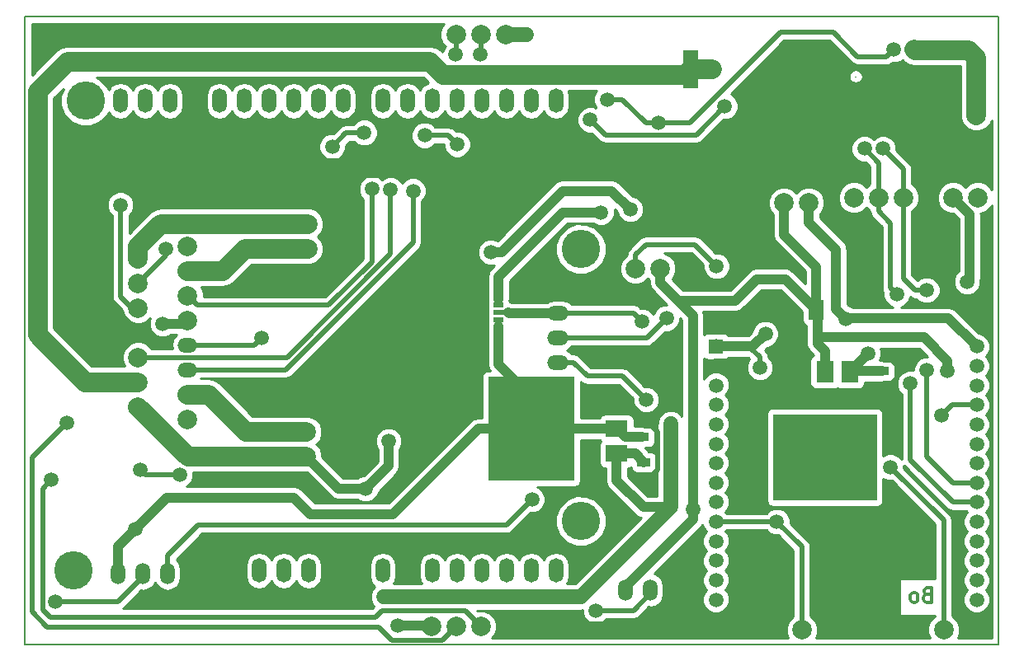
<source format=gbl>
G04 #@! TF.GenerationSoftware,KiCad,Pcbnew,(2017-01-15 revision 8ac4790)-master*
G04 #@! TF.CreationDate,2017-01-26T15:31:56+02:00*
G04 #@! TF.ProjectId,MM3,4D4D332E6B696361645F706362000000,rev?*
G04 #@! TF.FileFunction,Copper,L2,Bot,Signal*
G04 #@! TF.FilePolarity,Positive*
%FSLAX46Y46*%
G04 Gerber Fmt 4.6, Leading zero omitted, Abs format (unit mm)*
G04 Created by KiCad (PCBNEW (2017-01-15 revision 8ac4790)-master) date Thu Jan 26 15:31:56 2017*
%MOMM*%
%LPD*%
G01*
G04 APERTURE LIST*
%ADD10C,0.100000*%
%ADD11C,0.150000*%
%ADD12C,0.300000*%
%ADD13O,1.500000X2.500000*%
%ADD14C,3.937000*%
%ADD15C,1.500000*%
%ADD16O,2.200000X1.500000*%
%ADD17R,1.501140X4.000500*%
%ADD18C,2.000000*%
%ADD19O,1.500000X2.200000*%
%ADD20R,1.397000X0.889000*%
%ADD21R,0.889000X1.397000*%
%ADD22O,2.000000X1.500000*%
%ADD23R,10.668000X8.890000*%
%ADD24R,1.778000X2.286000*%
%ADD25R,1.524000X2.032000*%
%ADD26R,1.000000X0.500000*%
%ADD27R,8.890000X10.668000*%
%ADD28R,2.286000X1.778000*%
%ADD29C,2.000000*%
%ADD30C,1.000000*%
%ADD31C,0.500000*%
%ADD32C,1.500000*%
%ADD33C,0.254000*%
G04 APERTURE END LIST*
D10*
D11*
X-4950000Y-7600000D02*
X-4950000Y56900000D01*
X-4950000Y56900000D02*
X94950000Y56900000D01*
X94950000Y-7600000D02*
X-4950000Y-7600000D01*
D12*
X87585928Y-2468357D02*
X87371642Y-2539785D01*
X87300214Y-2611214D01*
X87228785Y-2754071D01*
X87228785Y-2968357D01*
X87300214Y-3111214D01*
X87371642Y-3182642D01*
X87514500Y-3254071D01*
X88085928Y-3254071D01*
X88085928Y-1754071D01*
X87585928Y-1754071D01*
X87443071Y-1825500D01*
X87371642Y-1896928D01*
X87300214Y-2039785D01*
X87300214Y-2182642D01*
X87371642Y-2325500D01*
X87443071Y-2396928D01*
X87585928Y-2468357D01*
X88085928Y-2468357D01*
X86371642Y-3254071D02*
X86514500Y-3182642D01*
X86585928Y-3111214D01*
X86657357Y-2968357D01*
X86657357Y-2539785D01*
X86585928Y-2396928D01*
X86514500Y-2325500D01*
X86371642Y-2254071D01*
X86157357Y-2254071D01*
X86014500Y-2325500D01*
X85943071Y-2396928D01*
X85871642Y-2539785D01*
X85871642Y-2968357D01*
X85943071Y-3111214D01*
X86014500Y-3182642D01*
X86157357Y-3254071D01*
X86371642Y-3254071D01*
D11*
X40532500Y-7592000D02*
X40532500Y-7592000D01*
X94950000Y56900000D02*
X94950000Y-7600000D01*
X80283500Y50764500D02*
X80283500Y50764500D01*
D13*
X49530000Y0D03*
X46990000Y0D03*
X44450000Y0D03*
X36830000Y0D03*
X39370000Y0D03*
X41910000Y0D03*
X31750000Y0D03*
X29210000Y0D03*
X26670000Y0D03*
X21590000Y0D03*
X19050000Y0D03*
X49530000Y48260000D03*
X46990000Y48260000D03*
X44450000Y48260000D03*
X41910000Y48260000D03*
X39370000Y48260000D03*
X36830000Y48260000D03*
X34290000Y48260000D03*
X31750000Y48260000D03*
X27686000Y48260000D03*
X25146000Y48260000D03*
X22606000Y48260000D03*
X20066000Y48260000D03*
X17526000Y48260000D03*
X14986000Y48260000D03*
X12446000Y48260000D03*
X9906000Y48260000D03*
X24130000Y0D03*
D14*
X52070000Y5080000D03*
X52070000Y33020000D03*
X1270000Y48260000D03*
X0Y0D03*
D13*
X7366000Y48260000D03*
X4826000Y48260000D03*
D15*
X65932500Y23015000D03*
D10*
G36*
X65182500Y23765000D02*
X66682500Y23765000D01*
X66682500Y22265000D01*
X65182500Y22265000D01*
X65182500Y23765000D01*
X65182500Y23765000D01*
G37*
D15*
X65932500Y21015000D03*
X65932500Y19015000D03*
X65932500Y17015000D03*
X65932500Y15015000D03*
X65932500Y13015000D03*
X65932500Y11015000D03*
X65932500Y9015000D03*
X65932500Y7015000D03*
X65932500Y5015000D03*
X65932500Y3015000D03*
X65932500Y1015000D03*
X65932500Y-985000D03*
X65932500Y-2985000D03*
X92682500Y-2985000D03*
X92682500Y-985000D03*
X92682500Y1015000D03*
X92682500Y3015000D03*
X92682500Y5015000D03*
X92682500Y7015000D03*
X92682500Y9015000D03*
X92682500Y11015000D03*
X92682500Y13015000D03*
X92682500Y15015000D03*
X92682500Y17015000D03*
X92682500Y19015000D03*
X92682500Y21015000D03*
X92682500Y23015000D03*
D16*
X49740000Y28984000D03*
X49740000Y26444000D03*
X49740000Y21364000D03*
X49740000Y23904000D03*
D17*
X63329000Y51526500D03*
X63329000Y40927080D03*
D18*
X23898500Y11707500D03*
X23898500Y14247500D03*
X24046000Y33061000D03*
X24046000Y35601000D03*
X92666000Y46764000D03*
X90126000Y46764000D03*
X74759000Y-6068000D03*
X77299000Y-6068000D03*
X86760500Y-6068000D03*
X89300500Y-6068000D03*
X57677500Y31016000D03*
X60217500Y31016000D03*
D19*
X61741500Y-2004000D03*
X56661500Y-2004000D03*
X59201500Y-2004000D03*
D18*
X44342500Y55082500D03*
X41802500Y55082500D03*
X39262500Y55082500D03*
X36722500Y55082500D03*
X36722500Y-5750500D03*
X39262500Y-5750500D03*
X41802500Y-5750500D03*
X44342500Y-5750500D03*
X92793000Y38318500D03*
X90253000Y38318500D03*
X87713000Y38318500D03*
X85173000Y38318500D03*
X82633000Y38318500D03*
X80093000Y38318500D03*
X72917500Y37747000D03*
X75457500Y37747000D03*
D20*
X82950500Y20475000D03*
X82950500Y18570000D03*
D21*
X76346500Y23967500D03*
X74441500Y23967500D03*
D19*
X12211500Y-289500D03*
X9671500Y-289500D03*
X4591500Y-289500D03*
X7131500Y-289500D03*
D18*
X11733500Y15554500D03*
X6653500Y16824500D03*
X11733500Y18094500D03*
X6653500Y19364500D03*
D22*
X11733500Y20634500D03*
D18*
X6653500Y21904500D03*
D22*
X11733500Y23174500D03*
D18*
X6653500Y24444500D03*
X11733500Y25714500D03*
X6653500Y26984500D03*
X11733500Y28254500D03*
X6653500Y29524500D03*
X11733500Y30794500D03*
X6653500Y32064500D03*
X11733500Y33334500D03*
D23*
X77108500Y11648500D03*
D24*
X77108500Y20411500D03*
X74568500Y20411500D03*
X79648500Y20411500D03*
D25*
X76219500Y26761500D03*
X72917500Y26761500D03*
D20*
X58550000Y9200000D03*
X58550000Y11105000D03*
X58350000Y13700000D03*
X58350000Y15605000D03*
D26*
X43650000Y25738000D03*
X43650000Y26500000D03*
X43650000Y27262000D03*
D27*
X46987000Y14560000D03*
D28*
X55750000Y14560000D03*
X55750000Y17100000D03*
X55750000Y12020000D03*
D15*
X40254623Y38800000D03*
X37250000Y19100000D03*
X30150000Y18900000D03*
X53050000Y17100000D03*
X14679319Y-2757319D03*
X26650080Y-2628558D03*
X2484009Y38943943D03*
X-650000Y42900000D03*
X28450000Y55082500D03*
X4083500Y25364500D03*
X88079177Y33183962D03*
X39348033Y41364944D03*
X24911500Y42128500D03*
X60027000Y36985000D03*
X62059000Y36985000D03*
X81490000Y-6068000D03*
X63710000Y345500D03*
X70504500Y-988000D03*
X68472500Y21046500D03*
X54150000Y36800000D03*
X91713500Y29682500D03*
X89681500Y20538500D03*
X9163500Y25364500D03*
X46501500Y55019000D03*
X33293500Y-5687000D03*
X63583000Y6251000D03*
X57150000Y37100000D03*
X42850000Y32700000D03*
X31850000Y-2700000D03*
X61529639Y50903351D03*
X65550000Y51526500D03*
X61285736Y13236000D03*
X61297000Y15077500D03*
X81553500Y22316500D03*
X34850000Y39000000D03*
X36050000Y44700000D03*
X39396288Y43775989D03*
X26557992Y43530500D03*
X29850000Y45000000D03*
X4845500Y37556500D03*
X53050000Y46300000D03*
X66850000Y47700000D03*
X6877500Y10378500D03*
X10941500Y9870500D03*
X84490462Y28380292D03*
X81172500Y43335000D03*
X85871500Y19205000D03*
X47050000Y7300000D03*
X60050000Y46000000D03*
X54750000Y48400000D03*
X87567729Y28798800D03*
X84191630Y53541951D03*
X83077500Y43335000D03*
X87586000Y20602000D03*
X32550002Y39100000D03*
X30650000Y39200000D03*
X60850000Y25900000D03*
X58757000Y17554000D03*
X72185000Y5015000D03*
X83839500Y10632500D03*
X89110000Y15966500D03*
X65996000Y31270000D03*
X53613500Y-4099500D03*
X41750000Y53000000D03*
X39250000Y53000000D03*
X-650000Y15200000D03*
X-2243005Y9362698D03*
X90824500Y53431500D03*
X88538500Y53431500D03*
X86316000Y53495000D03*
X79267500Y25872500D03*
X71003025Y24305109D03*
X70441000Y20856000D03*
X32350000Y13300000D03*
X29994500Y8405500D03*
X-1842317Y-3220026D03*
X19271032Y23927063D03*
X9525000Y33020000D03*
X6369500Y4282500D03*
X58350000Y25600000D03*
D29*
X40254623Y22104623D02*
X40254623Y38800000D01*
X40254623Y38800000D02*
X40254623Y40458354D01*
X37250000Y19100000D02*
X40254623Y22104623D01*
X40254623Y40458354D02*
X39348033Y41364944D01*
X39348033Y41364944D02*
X58085056Y41364944D01*
X58085056Y41364944D02*
X60027000Y39423000D01*
X60027000Y39423000D02*
X60027000Y36985000D01*
D30*
X55550000Y31200000D02*
X55550000Y32508000D01*
X55550000Y32508000D02*
X60027000Y36985000D01*
X53334000Y28984000D02*
X55550000Y31200000D01*
X49740000Y28984000D02*
X53334000Y28984000D01*
D12*
X37183623Y18900000D02*
X31210660Y18900000D01*
X31210660Y18900000D02*
X30150000Y18900000D01*
X40254623Y21971000D02*
X37183623Y18900000D01*
D30*
X55750000Y17100000D02*
X53050000Y17100000D01*
X55750000Y17100000D02*
X56855000Y17100000D01*
X56855000Y17100000D02*
X58350000Y15605000D01*
D31*
X59950000Y10346000D02*
X59950000Y14259000D01*
X59950000Y14259000D02*
X58604000Y15605000D01*
X58604000Y15605000D02*
X58350000Y15605000D01*
X58550000Y9200000D02*
X58804000Y9200000D01*
X58804000Y9200000D02*
X59950000Y10346000D01*
D30*
X26650080Y-2628558D02*
X26521319Y-2757319D01*
X26521319Y-2757319D02*
X14679319Y-2757319D01*
X14679319Y-2757319D02*
X12211500Y-289500D01*
X-650000Y42900000D02*
X2484009Y39765991D01*
X2484009Y39765991D02*
X2484009Y38943943D01*
X28450000Y55082500D02*
X36722500Y55082500D01*
D29*
X90126000Y46764000D02*
X88711787Y46764000D01*
X88711787Y46764000D02*
X88648287Y46827500D01*
X88648287Y46827500D02*
X69692804Y46827500D01*
X69692804Y46827500D02*
X63792384Y40927080D01*
X63792384Y40927080D02*
X63329000Y40927080D01*
X5003500Y24444500D02*
X4083500Y25364500D01*
X4083500Y25364500D02*
X2484009Y26963991D01*
D32*
X88079177Y33183962D02*
X87713000Y33550139D01*
X87713000Y33550139D02*
X87713000Y38318500D01*
D29*
X33547500Y41366500D02*
X25673500Y41366500D01*
X39348033Y41364944D02*
X33549056Y41364944D01*
X33549056Y41364944D02*
X33547500Y41366500D01*
X25673500Y41366500D02*
X24911500Y42128500D01*
X6653500Y24444500D02*
X5003500Y24444500D01*
X2484009Y26963991D02*
X2484009Y38943943D01*
X2484009Y38943943D02*
X7192566Y43652500D01*
X7192566Y43652500D02*
X10941500Y43652500D01*
X23387500Y43652500D02*
X24911500Y42128500D01*
X10941500Y43652500D02*
X23387500Y43652500D01*
D30*
X70504500Y17617500D02*
X67107000Y21015000D01*
X67107000Y21015000D02*
X65932500Y21015000D01*
X75457500Y17617500D02*
X70504500Y17617500D01*
X74441500Y23967500D02*
X74441500Y25237500D01*
X74441500Y25237500D02*
X72917500Y26761500D01*
X74441500Y23967500D02*
X74441500Y20538500D01*
X74441500Y20538500D02*
X74568500Y20411500D01*
X75457500Y17617500D02*
X74568500Y18506500D01*
X74568500Y18506500D02*
X74568500Y20411500D01*
X82061500Y17617500D02*
X75457500Y17617500D01*
X82950500Y18506500D02*
X82061500Y17617500D01*
X82950500Y18570000D02*
X82950500Y18506500D01*
D29*
X62059000Y36985000D02*
X60027000Y36985000D01*
D30*
X60344500Y-5750500D02*
X69107500Y-5750500D01*
D31*
X77299000Y-6068000D02*
X81490000Y-6068000D01*
X81490000Y-6068000D02*
X86760500Y-6068000D01*
D32*
X65932500Y21015000D02*
X68441000Y21015000D01*
X68441000Y21015000D02*
X68472500Y21046500D01*
D31*
X63710000Y345500D02*
X63710000Y-35500D01*
X63710000Y-35500D02*
X61741500Y-2004000D01*
D30*
X87713000Y41176000D02*
X90126000Y43589000D01*
X90126000Y43589000D02*
X90126000Y46764000D01*
X87713000Y38318500D02*
X87713000Y41176000D01*
X60344500Y-5750500D02*
X61741500Y-4353500D01*
X61741500Y-4353500D02*
X61741500Y-2004000D01*
X44342500Y-5750500D02*
X60344500Y-5750500D01*
X69107500Y-5750500D02*
X70504500Y-4353500D01*
X70504500Y-4353500D02*
X70504500Y-988000D01*
X53089340Y36800000D02*
X54150000Y36800000D01*
X50250000Y36800000D02*
X53089340Y36800000D01*
X43650000Y30200000D02*
X50250000Y36800000D01*
X43650000Y27900000D02*
X43650000Y30200000D01*
D31*
X43650000Y27262000D02*
X43650000Y27900000D01*
D30*
X60217500Y31016000D02*
X60217500Y29580000D01*
X60217500Y29580000D02*
X62083500Y27714000D01*
X62083500Y27714000D02*
X62069500Y27700000D01*
X91967500Y29936500D02*
X91967500Y36604000D01*
X91967500Y36604000D02*
X90253000Y38318500D01*
X91713500Y29682500D02*
X91967500Y29936500D01*
X87268500Y23967500D02*
X89681500Y21554500D01*
X89681500Y21554500D02*
X89681500Y20538500D01*
X76346500Y23967500D02*
X87268500Y23967500D01*
X70123500Y29936500D02*
X73044500Y29936500D01*
X73044500Y29936500D02*
X76219500Y26761500D01*
X67901000Y27714000D02*
X70123500Y29936500D01*
X62083500Y27714000D02*
X67901000Y27714000D01*
X72917500Y34508500D02*
X76219500Y31206500D01*
X76219500Y31206500D02*
X76219500Y26761500D01*
X72917500Y37747000D02*
X72917500Y34508500D01*
X9163500Y25364500D02*
X11383500Y25364500D01*
X11383500Y25364500D02*
X11733500Y25714500D01*
X89935500Y38001000D02*
X90253000Y38318500D01*
D32*
X44342500Y55082500D02*
X46438000Y55082500D01*
X46438000Y55082500D02*
X46501500Y55019000D01*
D30*
X33293500Y-5687000D02*
X36659000Y-5687000D01*
X36659000Y-5687000D02*
X36722500Y-5750500D01*
X63583000Y5267500D02*
X56661500Y-1654000D01*
X56661500Y-1654000D02*
X56661500Y-2004000D01*
X63583000Y6251000D02*
X63583000Y26214500D01*
X63583000Y26214500D02*
X62083500Y27714000D01*
X63583000Y6251000D02*
X63583000Y5267500D01*
X76346500Y23967500D02*
X76346500Y26634500D01*
X76346500Y26634500D02*
X76219500Y26761500D01*
X76346500Y23332500D02*
X77108500Y22570500D01*
X77108500Y22570500D02*
X77108500Y20411500D01*
X76346500Y23967500D02*
X76346500Y23332500D01*
X50210660Y39000000D02*
X55250000Y39000000D01*
X55250000Y39000000D02*
X57150000Y37100000D01*
X42850000Y32700000D02*
X43910660Y32700000D01*
X43910660Y32700000D02*
X50210660Y39000000D01*
X55750000Y12020000D02*
X57635000Y12020000D01*
X57635000Y12020000D02*
X58550000Y11105000D01*
X55713000Y9271000D02*
X55750000Y9308000D01*
X55750000Y9308000D02*
X55750000Y12020000D01*
X55713000Y9271000D02*
X58483722Y6500278D01*
X58483722Y6500278D02*
X61285736Y6500278D01*
D31*
X58495000Y11160000D02*
X58550000Y11105000D01*
D32*
X35652500Y-2702500D02*
X31852500Y-2702500D01*
X31852500Y-2702500D02*
X31850000Y-2700000D01*
X52082958Y-2702500D02*
X35652500Y-2702500D01*
X35652500Y-2702500D02*
X35650000Y-2700000D01*
D29*
X61529639Y50903351D02*
X61526288Y50900000D01*
X61526288Y50900000D02*
X37950000Y50900000D01*
X37950000Y50900000D02*
X36592645Y52257355D01*
X36592645Y52257355D02*
X-592645Y52257355D01*
X-592645Y52257355D02*
X-3650000Y49200000D01*
X-3650000Y49200000D02*
X-3650000Y24208000D01*
X-3650000Y24208000D02*
X1193500Y19364500D01*
X1193500Y19364500D02*
X6653500Y19364500D01*
X62705851Y50903351D02*
X63329000Y51526500D01*
X61529639Y50903351D02*
X62705851Y50903351D01*
X63329000Y51526500D02*
X65550000Y51526500D01*
D32*
X52082958Y-2702500D02*
X61285736Y6500278D01*
X61285736Y6500278D02*
X61285736Y15066236D01*
X61285736Y15066236D02*
X61297000Y15077500D01*
D30*
X81553500Y22316500D02*
X79648500Y20411500D01*
X82950500Y20475000D02*
X79712000Y20475000D01*
X79712000Y20475000D02*
X79648500Y20411500D01*
D31*
X11733500Y20634500D02*
X21784500Y20634500D01*
X21784500Y20634500D02*
X34850000Y33700000D01*
X34850000Y33700000D02*
X34850000Y37939340D01*
X34850000Y37939340D02*
X34850000Y39000000D01*
D12*
X39389500Y48240500D02*
X39370000Y48260000D01*
D31*
X39370000Y48260000D02*
X39370000Y47760000D01*
X36050000Y44700000D02*
X38472277Y44700000D01*
X38472277Y44700000D02*
X39396288Y43775989D01*
D12*
X39396288Y43775989D02*
X39389500Y43782777D01*
D31*
X27686000Y48260000D02*
X27686000Y47760000D01*
X26557992Y43530500D02*
X27967681Y44940189D01*
X27967681Y44940189D02*
X29790189Y44940189D01*
X29790189Y44940189D02*
X29850000Y45000000D01*
X6019500Y26984500D02*
X4845500Y28158500D01*
X4845500Y28158500D02*
X4845500Y37556500D01*
X6653500Y26984500D02*
X6019500Y26984500D01*
X66850000Y47700000D02*
X63900001Y44750001D01*
X53799999Y45550001D02*
X53050000Y46300000D01*
X54599999Y44750001D02*
X53799999Y45550001D01*
X63900001Y44750001D02*
X54599999Y44750001D01*
X46990000Y48260000D02*
X46990000Y48760000D01*
X10941500Y9870500D02*
X7385500Y9870500D01*
X7385500Y9870500D02*
X6877500Y10378500D01*
X83839500Y29031254D02*
X83839500Y35697787D01*
X83839500Y35697787D02*
X82633000Y36904287D01*
X84490462Y28380292D02*
X83839500Y29031254D01*
X82633000Y36904287D02*
X82633000Y38318500D01*
X82633000Y38318500D02*
X82633000Y41874500D01*
X82633000Y41874500D02*
X81172500Y43335000D01*
X85871500Y11394500D02*
X90251000Y7015000D01*
X90251000Y7015000D02*
X92682500Y7015000D01*
X85871500Y19205000D02*
X85871500Y11394500D01*
X47050000Y7300000D02*
X44425968Y4675968D01*
X44425968Y4675968D02*
X12825968Y4675968D01*
X12825968Y4675968D02*
X9671500Y1521500D01*
X9671500Y1521500D02*
X9671500Y-289500D01*
X49530000Y48260000D02*
X49530000Y48760000D01*
X58750000Y46000000D02*
X60050000Y46000000D01*
X60050000Y46000000D02*
X63250000Y46000000D01*
X77946127Y55319775D02*
X73650000Y55319775D01*
X63250000Y46000000D02*
X72569775Y55319775D01*
X72569775Y55319775D02*
X73650000Y55319775D01*
X56350000Y48400000D02*
X58750000Y46000000D01*
X54750000Y48400000D02*
X56350000Y48400000D01*
X87567729Y28798800D02*
X86374200Y28798800D01*
X86374200Y28798800D02*
X85173000Y30000000D01*
X85173000Y30000000D02*
X85173000Y38318500D01*
X84191630Y53541951D02*
X83441631Y52791952D01*
X83441631Y52791952D02*
X80473950Y52791952D01*
X80473950Y52791952D02*
X77946127Y55319775D01*
X85173000Y38318500D02*
X85173000Y41239500D01*
X85173000Y41239500D02*
X83077500Y43335000D01*
X87586000Y11712000D02*
X90283000Y9015000D01*
X90283000Y9015000D02*
X92682500Y9015000D01*
X87586000Y20602000D02*
X87586000Y11712000D01*
X6653500Y21904500D02*
X21954500Y21904500D01*
X21954500Y21904500D02*
X32550002Y32500002D01*
X32550002Y32500002D02*
X32550002Y38039340D01*
X32550002Y38039340D02*
X32550002Y39100000D01*
X41910000Y48260000D02*
X41910000Y47760000D01*
X41910000Y48260000D02*
X41910000Y48760000D01*
X11733500Y28254500D02*
X12733499Y27254501D01*
X12733499Y27254501D02*
X26204501Y27254501D01*
X26204501Y27254501D02*
X30650000Y31700000D01*
X30650000Y31700000D02*
X30650000Y39200000D01*
X60100001Y25150001D02*
X60850000Y25900000D01*
X58854000Y23904000D02*
X60100001Y25150001D01*
X49740000Y23904000D02*
X58854000Y23904000D01*
X46946000Y653616D02*
X46946000Y44000D01*
X46946000Y44000D02*
X46990000Y0D01*
X52737000Y19967000D02*
X56344000Y19967000D01*
X56344000Y19967000D02*
X58757000Y17554000D01*
X49740000Y21364000D02*
X51340000Y21364000D01*
X51340000Y21364000D02*
X52737000Y19967000D01*
X74759000Y-6068000D02*
X74759000Y2441000D01*
X74759000Y2441000D02*
X72185000Y5015000D01*
X72185000Y5015000D02*
X65932500Y5015000D01*
X89300500Y5171500D02*
X83839500Y10632500D01*
X90189500Y17046000D02*
X90220500Y17015000D01*
X90220500Y17015000D02*
X92682500Y17015000D01*
X89110000Y15966500D02*
X90189500Y17046000D01*
X89300500Y-6068000D02*
X89300500Y5171500D01*
X58739787Y33492500D02*
X63773500Y33492500D01*
X63773500Y33492500D02*
X65996000Y31270000D01*
X57677500Y31016000D02*
X57677500Y32430213D01*
X57677500Y32430213D02*
X58739787Y33492500D01*
X53613500Y-4099500D02*
X57456000Y-4099500D01*
X57456000Y-4099500D02*
X59201500Y-2354000D01*
X59201500Y-2354000D02*
X59201500Y-2004000D01*
X41802500Y53368000D02*
X41802500Y53052500D01*
X41802500Y53052500D02*
X41750000Y53000000D01*
X41802500Y53368000D02*
X41802500Y55082500D01*
X39262500Y55082500D02*
X39262500Y53012500D01*
X39262500Y53012500D02*
X39250000Y53000000D01*
X-650000Y15200000D02*
X-4264063Y11585937D01*
X-4264063Y11585937D02*
X-4264063Y-4235619D01*
X32711501Y-7200501D02*
X37812499Y-7200501D01*
X-4264063Y-4235619D02*
X-2667713Y-5831969D01*
X-2667713Y-5831969D02*
X31342969Y-5831969D01*
X31342969Y-5831969D02*
X32711501Y-7200501D01*
X37812499Y-7200501D02*
X38262501Y-6750499D01*
X38262501Y-6750499D02*
X39262500Y-5750500D01*
X-2243005Y9362698D02*
X-3163889Y8441814D01*
X-3163889Y8441814D02*
X-3163889Y-4004434D01*
X-3163889Y-4004434D02*
X-2400952Y-4767371D01*
X-2400952Y-4767371D02*
X31006544Y-4767371D01*
X31006544Y-4767371D02*
X31636912Y-4137003D01*
X31636912Y-4137003D02*
X40189003Y-4137003D01*
X40189003Y-4137003D02*
X41802500Y-5750500D01*
D29*
X90824500Y53431500D02*
X91885160Y53431500D01*
X91885160Y53431500D02*
X92666000Y52650660D01*
X92666000Y52650660D02*
X92666000Y46764000D01*
X88538500Y53431500D02*
X86379500Y53431500D01*
X86379500Y53431500D02*
X86316000Y53495000D01*
X90824500Y53431500D02*
X88538500Y53431500D01*
D30*
X92682500Y23015000D02*
X89779021Y25918479D01*
X89779021Y25918479D02*
X79313479Y25918479D01*
X79313479Y25918479D02*
X79267500Y25872500D01*
X79267500Y25872500D02*
X78251500Y26888500D01*
X65932500Y23015000D02*
X69712916Y23015000D01*
X69712916Y23015000D02*
X71003025Y24305109D01*
X78251500Y26888500D02*
X78251500Y32984500D01*
X78251500Y32984500D02*
X75457500Y35778500D01*
X75457500Y35778500D02*
X75457500Y37747000D01*
D31*
X69552000Y22805660D02*
X66141840Y22805660D01*
X66141840Y22805660D02*
X65932500Y23015000D01*
X70441000Y21916660D02*
X69552000Y22805660D01*
X70441000Y20856000D02*
X70441000Y21916660D01*
D30*
X29994500Y8405500D02*
X27200500Y8405500D01*
X27200500Y8405500D02*
X23898500Y11707500D01*
X32350000Y13300000D02*
X32350000Y10761000D01*
X32350000Y10761000D02*
X29994500Y8405500D01*
D29*
X23898500Y11707500D02*
X11770500Y11707500D01*
X11770500Y11707500D02*
X6653500Y16824500D01*
X17740500Y14247500D02*
X13893500Y18094500D01*
X13893500Y18094500D02*
X11733500Y18094500D01*
X23898500Y14247500D02*
X17740500Y14247500D01*
X11733500Y30794500D02*
X15355500Y30794500D01*
X15355500Y30794500D02*
X17622000Y33061000D01*
X17622000Y33061000D02*
X24046000Y33061000D01*
X8986000Y35601000D02*
X6653500Y33268500D01*
X6653500Y33268500D02*
X6653500Y32064500D01*
X24046000Y35601000D02*
X8986000Y35601000D01*
D31*
X4550974Y-3220026D02*
X-781657Y-3220026D01*
X7131500Y-289500D02*
X7131500Y-639500D01*
X7131500Y-639500D02*
X4550974Y-3220026D01*
X-781657Y-3220026D02*
X-1842317Y-3220026D01*
X18518469Y23174500D02*
X11733500Y23174500D01*
X19271032Y23927063D02*
X18518469Y23174500D01*
X9525000Y32396000D02*
X9525000Y33020000D01*
X6653500Y29524500D02*
X9525000Y32396000D01*
D30*
X24350000Y5800000D02*
X32782000Y5800000D01*
X32782000Y5800000D02*
X41542000Y14560000D01*
X41542000Y14560000D02*
X46987000Y14560000D01*
X22650000Y7500000D02*
X24350000Y5800000D01*
X9587000Y7500000D02*
X22650000Y7500000D01*
X6369500Y4282500D02*
X9587000Y7500000D01*
X43650000Y25100000D02*
X43650000Y21200000D01*
X46987000Y17863000D02*
X46987000Y14560000D01*
X43650000Y21200000D02*
X46987000Y17863000D01*
D31*
X43650000Y25738000D02*
X43650000Y25100000D01*
X43650000Y17897000D02*
X46987000Y14560000D01*
D30*
X55750000Y14560000D02*
X46987000Y14560000D01*
X58350000Y13700000D02*
X56610000Y13700000D01*
X56610000Y13700000D02*
X55750000Y14560000D01*
X4591500Y-289500D02*
X4591500Y2504500D01*
X4591500Y2504500D02*
X6369500Y4282500D01*
D31*
X43650000Y26500000D02*
X44650000Y26500000D01*
D30*
X44650000Y26500000D02*
X44706000Y26444000D01*
X44706000Y26444000D02*
X49740000Y26444000D01*
D31*
X49740000Y26444000D02*
X57506000Y26444000D01*
X57506000Y26444000D02*
X58350000Y25600000D01*
D33*
G36*
X79848158Y52166165D02*
X79848160Y52166162D01*
X80012852Y52056119D01*
X80135276Y51974318D01*
X80473950Y51906951D01*
X80473955Y51906952D01*
X83441626Y51906952D01*
X83441631Y51906951D01*
X83724115Y51963142D01*
X83780306Y51974319D01*
X84053815Y52157071D01*
X84465915Y52156711D01*
X84975145Y52367120D01*
X85074644Y52466445D01*
X85159880Y52338880D01*
X85223378Y52275383D01*
X85223380Y52275380D01*
X85753813Y51920957D01*
X86379500Y51796499D01*
X86379505Y51796500D01*
X91031000Y51796500D01*
X91031000Y46765426D01*
X91030716Y46440205D01*
X91279106Y45839057D01*
X91738637Y45378722D01*
X92339352Y45129284D01*
X92989795Y45128716D01*
X93590943Y45377106D01*
X94051278Y45836637D01*
X94240000Y46291131D01*
X94240000Y39097976D01*
X94179894Y39243443D01*
X93720363Y39703778D01*
X93119648Y39953216D01*
X92469205Y39953784D01*
X91868057Y39705394D01*
X91522801Y39360741D01*
X91180363Y39703778D01*
X90579648Y39953216D01*
X89929205Y39953784D01*
X89328057Y39705394D01*
X88867722Y39245863D01*
X88618284Y38645148D01*
X88617716Y37994705D01*
X88866106Y37393557D01*
X89325637Y36933222D01*
X89926352Y36683784D01*
X90282895Y36683473D01*
X90832500Y36133868D01*
X90832500Y30760016D01*
X90540039Y30468064D01*
X90328741Y29959202D01*
X90328260Y29408215D01*
X90538669Y28898985D01*
X90927936Y28509039D01*
X91436798Y28297741D01*
X91987785Y28297260D01*
X92497015Y28507669D01*
X92886961Y28896936D01*
X93098259Y29405798D01*
X93098706Y29917425D01*
X93102500Y29936500D01*
X93102500Y36604000D01*
X93086738Y36683242D01*
X93116795Y36683216D01*
X93717943Y36931606D01*
X94178278Y37391137D01*
X94240000Y37539780D01*
X94240000Y-6890000D01*
X90729528Y-6890000D01*
X90935216Y-6394648D01*
X90935784Y-5744205D01*
X90687394Y-5143057D01*
X90227863Y-4682722D01*
X90185500Y-4665131D01*
X90185500Y5171495D01*
X90185501Y5171500D01*
X90118133Y5510175D01*
X90061057Y5595596D01*
X89926290Y5797290D01*
X89926287Y5797292D01*
X85224384Y10499196D01*
X85224647Y10800233D01*
X85245710Y10768710D01*
X89625208Y6389213D01*
X89625210Y6389210D01*
X89912325Y6197367D01*
X90251000Y6130000D01*
X91608977Y6130000D01*
X91723813Y6014964D01*
X91509039Y5800564D01*
X91297741Y5291702D01*
X91297260Y4740715D01*
X91507669Y4231485D01*
X91723813Y4014964D01*
X91509039Y3800564D01*
X91297741Y3291702D01*
X91297260Y2740715D01*
X91507669Y2231485D01*
X91723813Y2014964D01*
X91509039Y1800564D01*
X91297741Y1291702D01*
X91297260Y740715D01*
X91507669Y231485D01*
X91723813Y14964D01*
X91509039Y-199436D01*
X91297741Y-708298D01*
X91297260Y-1259285D01*
X91507669Y-1768515D01*
X91723813Y-1985036D01*
X91509039Y-2199436D01*
X91297741Y-2708298D01*
X91297260Y-3259285D01*
X91507669Y-3768515D01*
X91896936Y-4158461D01*
X92405798Y-4369759D01*
X92956785Y-4370240D01*
X93466015Y-4159831D01*
X93855961Y-3770564D01*
X94067259Y-3261702D01*
X94067740Y-2710715D01*
X93857331Y-2201485D01*
X93641187Y-1984964D01*
X93855961Y-1770564D01*
X94067259Y-1261702D01*
X94067740Y-710715D01*
X93857331Y-201485D01*
X93641187Y15036D01*
X93855961Y229436D01*
X94067259Y738298D01*
X94067740Y1289285D01*
X93857331Y1798515D01*
X93641187Y2015036D01*
X93855961Y2229436D01*
X94067259Y2738298D01*
X94067740Y3289285D01*
X93857331Y3798515D01*
X93641187Y4015036D01*
X93855961Y4229436D01*
X94067259Y4738298D01*
X94067740Y5289285D01*
X93857331Y5798515D01*
X93641187Y6015036D01*
X93855961Y6229436D01*
X94067259Y6738298D01*
X94067740Y7289285D01*
X93857331Y7798515D01*
X93641187Y8015036D01*
X93855961Y8229436D01*
X94067259Y8738298D01*
X94067740Y9289285D01*
X93857331Y9798515D01*
X93641187Y10015036D01*
X93855961Y10229436D01*
X94067259Y10738298D01*
X94067740Y11289285D01*
X93857331Y11798515D01*
X93641187Y12015036D01*
X93855961Y12229436D01*
X94067259Y12738298D01*
X94067740Y13289285D01*
X93857331Y13798515D01*
X93641187Y14015036D01*
X93855961Y14229436D01*
X94067259Y14738298D01*
X94067740Y15289285D01*
X93857331Y15798515D01*
X93641187Y16015036D01*
X93855961Y16229436D01*
X94067259Y16738298D01*
X94067740Y17289285D01*
X93857331Y17798515D01*
X93641187Y18015036D01*
X93855961Y18229436D01*
X94067259Y18738298D01*
X94067740Y19289285D01*
X93857331Y19798515D01*
X93641187Y20015036D01*
X93855961Y20229436D01*
X94067259Y20738298D01*
X94067740Y21289285D01*
X93857331Y21798515D01*
X93641187Y22015036D01*
X93855961Y22229436D01*
X94067259Y22738298D01*
X94067740Y23289285D01*
X93857331Y23798515D01*
X93468064Y24188461D01*
X92959202Y24399759D01*
X92902824Y24399808D01*
X90581587Y26721045D01*
X90518643Y26763103D01*
X90213367Y26967082D01*
X89779021Y27053479D01*
X84906152Y27053479D01*
X85273977Y27205461D01*
X85663923Y27594728D01*
X85870244Y28091604D01*
X86035525Y27981167D01*
X86374200Y27913800D01*
X86494206Y27913800D01*
X86782165Y27625339D01*
X87291027Y27414041D01*
X87842014Y27413560D01*
X88351244Y27623969D01*
X88741190Y28013236D01*
X88952488Y28522098D01*
X88952969Y29073085D01*
X88742560Y29582315D01*
X88353293Y29972261D01*
X87844431Y30183559D01*
X87293444Y30184040D01*
X86784214Y29973631D01*
X86617436Y29807143D01*
X86058000Y30366580D01*
X86058000Y36915102D01*
X86097943Y36931606D01*
X86558278Y37391137D01*
X86807716Y37991852D01*
X86808284Y38642295D01*
X86559894Y39243443D01*
X86100363Y39703778D01*
X86058000Y39721369D01*
X86058000Y41239495D01*
X86058001Y41239500D01*
X85990634Y41578174D01*
X85926975Y41673446D01*
X85798790Y41865290D01*
X85798787Y41865292D01*
X84462384Y43201695D01*
X84462740Y43609285D01*
X84252331Y44118515D01*
X83863064Y44508461D01*
X83354202Y44719759D01*
X82803215Y44720240D01*
X82293985Y44509831D01*
X82125047Y44341187D01*
X81958064Y44508461D01*
X81449202Y44719759D01*
X80898215Y44720240D01*
X80388985Y44509831D01*
X79999039Y44120564D01*
X79787741Y43611702D01*
X79787260Y43060715D01*
X79997669Y42551485D01*
X80386936Y42161539D01*
X80895798Y41950241D01*
X81306038Y41949883D01*
X81748000Y41507921D01*
X81748000Y39721898D01*
X81708057Y39705394D01*
X81362801Y39360741D01*
X81020363Y39703778D01*
X80419648Y39953216D01*
X79769205Y39953784D01*
X79168057Y39705394D01*
X78707722Y39245863D01*
X78458284Y38645148D01*
X78457716Y37994705D01*
X78706106Y37393557D01*
X79165637Y36933222D01*
X79766352Y36683784D01*
X80416795Y36683216D01*
X81017943Y36931606D01*
X81363199Y37276259D01*
X81705637Y36933222D01*
X81748000Y36915631D01*
X81748000Y36904292D01*
X81747999Y36904287D01*
X81791861Y36683784D01*
X81815367Y36565612D01*
X81994557Y36297434D01*
X82007210Y36278497D01*
X82954500Y35331208D01*
X82954500Y29031259D01*
X82954499Y29031254D01*
X83000201Y28801500D01*
X83021867Y28692579D01*
X83105625Y28567226D01*
X83105222Y28106007D01*
X83315631Y27596777D01*
X83704898Y27206831D01*
X84074211Y27053479D01*
X80034959Y27053479D01*
X79544202Y27257259D01*
X79487824Y27257308D01*
X79386500Y27358632D01*
X79386500Y32984500D01*
X79381855Y33007852D01*
X79300104Y33418845D01*
X79054066Y33787066D01*
X76592500Y36248632D01*
X76592500Y36569796D01*
X76842778Y36819637D01*
X77092216Y37420352D01*
X77092784Y38070795D01*
X76844394Y38671943D01*
X76384863Y39132278D01*
X75784148Y39381716D01*
X75133705Y39382284D01*
X74532557Y39133894D01*
X74187301Y38789241D01*
X73844863Y39132278D01*
X73244148Y39381716D01*
X72593705Y39382284D01*
X71992557Y39133894D01*
X71532222Y38674363D01*
X71282784Y38073648D01*
X71282216Y37423205D01*
X71530606Y36822057D01*
X71782500Y36569722D01*
X71782500Y34508500D01*
X71868897Y34074154D01*
X72114934Y33705934D01*
X75084500Y30736368D01*
X75084500Y29501632D01*
X73847066Y30739066D01*
X73764103Y30794500D01*
X73478846Y30985103D01*
X73044500Y31071500D01*
X70123500Y31071500D01*
X69689155Y30985104D01*
X69320934Y30739066D01*
X67430868Y28849000D01*
X62553633Y28849000D01*
X61458260Y29944372D01*
X61602778Y30088637D01*
X61852216Y30689352D01*
X61852784Y31339795D01*
X61604394Y31940943D01*
X61144863Y32401278D01*
X60648224Y32607500D01*
X63406920Y32607500D01*
X64611116Y31403305D01*
X64610760Y30995715D01*
X64821169Y30486485D01*
X65210436Y30096539D01*
X65719298Y29885241D01*
X66270285Y29884760D01*
X66779515Y30095169D01*
X67169461Y30484436D01*
X67380759Y30993298D01*
X67381240Y31544285D01*
X67170831Y32053515D01*
X66781564Y32443461D01*
X66272702Y32654759D01*
X65862462Y32655117D01*
X64399290Y34118290D01*
X64286788Y34193461D01*
X64112175Y34310133D01*
X64055984Y34321310D01*
X63773500Y34377501D01*
X63773495Y34377500D01*
X58739792Y34377500D01*
X58739787Y34377501D01*
X58457303Y34321310D01*
X58401112Y34310133D01*
X58113997Y34118290D01*
X58113995Y34118287D01*
X57051710Y33056003D01*
X56859867Y32768888D01*
X56859867Y32768887D01*
X56792499Y32430213D01*
X56792500Y32430208D01*
X56792500Y32419398D01*
X56752557Y32402894D01*
X56292222Y31943363D01*
X56042784Y31342648D01*
X56042216Y30692205D01*
X56290606Y30091057D01*
X56750137Y29630722D01*
X57350852Y29381284D01*
X58001295Y29380716D01*
X58602443Y29629106D01*
X58947699Y29973759D01*
X59082500Y29838722D01*
X59082500Y29580000D01*
X59168897Y29145654D01*
X59333716Y28898985D01*
X59414934Y28777434D01*
X60907417Y27284950D01*
X60575715Y27285240D01*
X60066485Y27074831D01*
X59676539Y26685564D01*
X59537942Y26351785D01*
X59524831Y26383515D01*
X59135564Y26773461D01*
X58626702Y26984759D01*
X58216463Y26985117D01*
X58131790Y27069790D01*
X58124246Y27074831D01*
X57844675Y27261633D01*
X57754073Y27279655D01*
X57506000Y27329001D01*
X57505995Y27329000D01*
X51166372Y27329000D01*
X51103334Y27423343D01*
X50654008Y27723573D01*
X50123991Y27829000D01*
X49356009Y27829000D01*
X48825992Y27723573D01*
X48609623Y27579000D01*
X44931530Y27579000D01*
X44778040Y27609531D01*
X44752631Y27737271D01*
X44785000Y27900000D01*
X44785000Y29729868D01*
X47559536Y32504404D01*
X49466049Y32504404D01*
X49861573Y31547162D01*
X50593310Y30814147D01*
X51549860Y30416953D01*
X52585596Y30416049D01*
X53542838Y30811573D01*
X54275853Y31543310D01*
X54673047Y32499860D01*
X54673951Y33535596D01*
X54278427Y34492838D01*
X53546690Y35225853D01*
X52590140Y35623047D01*
X51554404Y35623951D01*
X50597162Y35228427D01*
X49864147Y34496690D01*
X49466953Y33540140D01*
X49466049Y32504404D01*
X47559536Y32504404D01*
X50720133Y35665000D01*
X53326042Y35665000D01*
X53364436Y35626539D01*
X53873298Y35415241D01*
X54424285Y35414760D01*
X54933515Y35625169D01*
X55323461Y36014436D01*
X55534759Y36523298D01*
X55535240Y37074285D01*
X55510354Y37134514D01*
X55764807Y36880061D01*
X55764760Y36825715D01*
X55975169Y36316485D01*
X56364436Y35926539D01*
X56873298Y35715241D01*
X57424285Y35714760D01*
X57933515Y35925169D01*
X58323461Y36314436D01*
X58534759Y36823298D01*
X58535240Y37374285D01*
X58324831Y37883515D01*
X57935564Y38273461D01*
X57426702Y38484759D01*
X57370324Y38484808D01*
X56052566Y39802566D01*
X55880356Y39917633D01*
X55684346Y40048603D01*
X55250000Y40135000D01*
X50210660Y40135000D01*
X49776314Y40048603D01*
X49408093Y39802566D01*
X43524929Y33919401D01*
X43126702Y34084759D01*
X42575715Y34085240D01*
X42066485Y33874831D01*
X41676539Y33485564D01*
X41465241Y32976702D01*
X41464760Y32425715D01*
X41675169Y31916485D01*
X42064436Y31526539D01*
X42573298Y31315241D01*
X43124285Y31314760D01*
X43184514Y31339646D01*
X42847434Y31002566D01*
X42601397Y30634346D01*
X42515000Y30200000D01*
X42515000Y27900000D01*
X42547369Y27737271D01*
X42502560Y27512000D01*
X42502560Y27012000D01*
X42528617Y26881000D01*
X42502560Y26750000D01*
X42502560Y26250000D01*
X42528617Y26119000D01*
X42502560Y25988000D01*
X42502560Y25488000D01*
X42547369Y25262729D01*
X42515000Y25100000D01*
X42515000Y21200000D01*
X42601397Y20765654D01*
X42751212Y20541440D01*
X42542000Y20541440D01*
X42294235Y20492157D01*
X42084191Y20351809D01*
X41943843Y20141765D01*
X41894560Y19894000D01*
X41894560Y15695000D01*
X41542000Y15695000D01*
X41107654Y15608603D01*
X40854158Y15439222D01*
X40739434Y15362566D01*
X32311868Y6935000D01*
X24820132Y6935000D01*
X23452566Y8302566D01*
X23322894Y8389210D01*
X23084346Y8548603D01*
X22650000Y8635000D01*
X11578184Y8635000D01*
X11725015Y8695669D01*
X12114961Y9084936D01*
X12326259Y9593798D01*
X12326677Y10072500D01*
X23897073Y10072500D01*
X23928395Y10072473D01*
X26397934Y7602934D01*
X26766154Y7356897D01*
X27200500Y7270500D01*
X29170542Y7270500D01*
X29208936Y7232039D01*
X29717798Y7020741D01*
X30268785Y7020260D01*
X30778015Y7230669D01*
X31167961Y7619936D01*
X31379259Y8128798D01*
X31379308Y8185176D01*
X33152566Y9958434D01*
X33228782Y10072499D01*
X33398603Y10326654D01*
X33485000Y10761000D01*
X33485000Y12476042D01*
X33523461Y12514436D01*
X33734759Y13023298D01*
X33735240Y13574285D01*
X33524831Y14083515D01*
X33135564Y14473461D01*
X32626702Y14684759D01*
X32075715Y14685240D01*
X31566485Y14474831D01*
X31176539Y14085564D01*
X30965241Y13576702D01*
X30964760Y13025715D01*
X31175169Y12516485D01*
X31215000Y12476585D01*
X31215000Y11231132D01*
X29774561Y9790693D01*
X29720215Y9790740D01*
X29210985Y9580331D01*
X29171085Y9540500D01*
X27670632Y9540500D01*
X25533475Y11677657D01*
X25533784Y12031295D01*
X25285394Y12632443D01*
X24940741Y12977699D01*
X25283778Y13320137D01*
X25533216Y13920852D01*
X25533784Y14571295D01*
X25285394Y15172443D01*
X24825863Y15632778D01*
X24225148Y15882216D01*
X23574705Y15882784D01*
X23574018Y15882500D01*
X18417739Y15882500D01*
X15049620Y19250620D01*
X14519188Y19605043D01*
X13893500Y19729501D01*
X13893495Y19729500D01*
X13044549Y19729500D01*
X13057913Y19749500D01*
X21784495Y19749500D01*
X21784500Y19749499D01*
X22066984Y19805690D01*
X22123175Y19816867D01*
X22410290Y20008710D01*
X35475787Y33074208D01*
X35475790Y33074210D01*
X35667633Y33361325D01*
X35735000Y33700000D01*
X35735000Y37926477D01*
X36023461Y38214436D01*
X36234759Y38723298D01*
X36235240Y39274285D01*
X36024831Y39783515D01*
X35635564Y40173461D01*
X35126702Y40384759D01*
X34575715Y40385240D01*
X34066485Y40174831D01*
X33739384Y39848299D01*
X33724833Y39883515D01*
X33335566Y40273461D01*
X32826704Y40484759D01*
X32275717Y40485240D01*
X31766487Y40274831D01*
X31650052Y40158599D01*
X31435564Y40373461D01*
X30926702Y40584759D01*
X30375715Y40585240D01*
X29866485Y40374831D01*
X29476539Y39985564D01*
X29265241Y39476702D01*
X29264760Y38925715D01*
X29475169Y38416485D01*
X29765000Y38126148D01*
X29765000Y32066579D01*
X25837921Y28139501D01*
X13368401Y28139501D01*
X13368784Y28578295D01*
X13128634Y29159500D01*
X15355495Y29159500D01*
X15355500Y29159499D01*
X15981188Y29283957D01*
X16511620Y29638380D01*
X18299240Y31426000D01*
X24044573Y31426000D01*
X24369795Y31425716D01*
X24970943Y31674106D01*
X25431278Y32133637D01*
X25680716Y32734352D01*
X25681284Y33384795D01*
X25432894Y33985943D01*
X25088241Y34331199D01*
X25431278Y34673637D01*
X25680716Y35274352D01*
X25681284Y35924795D01*
X25432894Y36525943D01*
X24973363Y36986278D01*
X24372648Y37235716D01*
X23722205Y37236284D01*
X23721518Y37236000D01*
X8986000Y37236000D01*
X8360312Y37111543D01*
X8250764Y37038345D01*
X7829880Y36757120D01*
X7829878Y36757117D01*
X5730500Y34657740D01*
X5730500Y36482977D01*
X6018961Y36770936D01*
X6230259Y37279798D01*
X6230740Y37830785D01*
X6020331Y38340015D01*
X5631064Y38729961D01*
X5122202Y38941259D01*
X4571215Y38941740D01*
X4061985Y38731331D01*
X3672039Y38342064D01*
X3460741Y37833202D01*
X3460260Y37282215D01*
X3670669Y36772985D01*
X3960500Y36482648D01*
X3960500Y28158505D01*
X3960499Y28158500D01*
X4016690Y27876016D01*
X4027867Y27819825D01*
X4155565Y27628710D01*
X4219710Y27532710D01*
X5018280Y26734141D01*
X5018216Y26660705D01*
X5266606Y26059557D01*
X5726137Y25599222D01*
X6326852Y25349784D01*
X6977295Y25349216D01*
X7578443Y25597606D01*
X7889628Y25908247D01*
X7778741Y25641202D01*
X7778260Y25090215D01*
X7988669Y24580985D01*
X8377936Y24191039D01*
X8886798Y23979741D01*
X9437785Y23979260D01*
X9947015Y24189669D01*
X9986915Y24229500D01*
X10585354Y24229500D01*
X10472125Y24153843D01*
X10171895Y23704517D01*
X10066468Y23174500D01*
X10143049Y22789500D01*
X8056898Y22789500D01*
X8040394Y22829443D01*
X7580863Y23289778D01*
X6980148Y23539216D01*
X6329705Y23539784D01*
X5728557Y23291394D01*
X5268222Y22831863D01*
X5018784Y22231148D01*
X5018216Y21580705D01*
X5258366Y20999500D01*
X1870739Y20999500D01*
X-2015000Y24885240D01*
X-2015000Y43256215D01*
X25172752Y43256215D01*
X25383161Y42746985D01*
X25772428Y42357039D01*
X26281290Y42145741D01*
X26832277Y42145260D01*
X27341507Y42355669D01*
X27731453Y42744936D01*
X27942751Y43253798D01*
X27943109Y43664038D01*
X28334260Y44055189D01*
X28836184Y44055189D01*
X29064436Y43826539D01*
X29573298Y43615241D01*
X30124285Y43614760D01*
X30633515Y43825169D01*
X31023461Y44214436D01*
X31111191Y44425715D01*
X34664760Y44425715D01*
X34875169Y43916485D01*
X35264436Y43526539D01*
X35773298Y43315241D01*
X36324285Y43314760D01*
X36833515Y43525169D01*
X37123852Y43815000D01*
X38011322Y43815000D01*
X38011048Y43501704D01*
X38221457Y42992474D01*
X38610724Y42602528D01*
X39119586Y42391230D01*
X39670573Y42390749D01*
X40179803Y42601158D01*
X40569749Y42990425D01*
X40781047Y43499287D01*
X40781528Y44050274D01*
X40571119Y44559504D01*
X40181852Y44949450D01*
X39672990Y45160748D01*
X39262751Y45161106D01*
X39098067Y45325790D01*
X39023235Y45375791D01*
X38810952Y45517633D01*
X38754761Y45528810D01*
X38472277Y45585001D01*
X38472272Y45585000D01*
X37123523Y45585000D01*
X36835564Y45873461D01*
X36326702Y46084759D01*
X35775715Y46085240D01*
X35266485Y45874831D01*
X34876539Y45485564D01*
X34665241Y44976702D01*
X34664760Y44425715D01*
X31111191Y44425715D01*
X31234759Y44723298D01*
X31235240Y45274285D01*
X31024831Y45783515D01*
X30635564Y46173461D01*
X30126702Y46384759D01*
X29575715Y46385240D01*
X29066485Y46174831D01*
X28716233Y45825189D01*
X27967681Y45825189D01*
X27629006Y45757822D01*
X27341891Y45565979D01*
X27341889Y45565976D01*
X26691297Y44915384D01*
X26283707Y44915740D01*
X25774477Y44705331D01*
X25384531Y44316064D01*
X25173233Y43807202D01*
X25172752Y43256215D01*
X-2015000Y43256215D01*
X-2015000Y48522760D01*
X-1031561Y49506199D01*
X-1333047Y48780140D01*
X-1333951Y47744404D01*
X-938427Y46787162D01*
X-206690Y46054147D01*
X749860Y45656953D01*
X1785596Y45656049D01*
X2742838Y46051573D01*
X3475853Y46783310D01*
X3607833Y47101153D01*
X3846657Y46743728D01*
X4295983Y46443498D01*
X4826000Y46338071D01*
X5356017Y46443498D01*
X5805343Y46743728D01*
X6096000Y47178727D01*
X6386657Y46743728D01*
X6835983Y46443498D01*
X7366000Y46338071D01*
X7896017Y46443498D01*
X8345343Y46743728D01*
X8636000Y47178727D01*
X8926657Y46743728D01*
X9375983Y46443498D01*
X9906000Y46338071D01*
X10436017Y46443498D01*
X10885343Y46743728D01*
X11185573Y47193054D01*
X11291000Y47723071D01*
X11291000Y48796929D01*
X13601000Y48796929D01*
X13601000Y47723071D01*
X13706427Y47193054D01*
X14006657Y46743728D01*
X14455983Y46443498D01*
X14986000Y46338071D01*
X15516017Y46443498D01*
X15965343Y46743728D01*
X16256000Y47178727D01*
X16546657Y46743728D01*
X16995983Y46443498D01*
X17526000Y46338071D01*
X18056017Y46443498D01*
X18505343Y46743728D01*
X18796000Y47178727D01*
X19086657Y46743728D01*
X19535983Y46443498D01*
X20066000Y46338071D01*
X20596017Y46443498D01*
X21045343Y46743728D01*
X21336000Y47178727D01*
X21626657Y46743728D01*
X22075983Y46443498D01*
X22606000Y46338071D01*
X23136017Y46443498D01*
X23585343Y46743728D01*
X23876000Y47178727D01*
X24166657Y46743728D01*
X24615983Y46443498D01*
X25146000Y46338071D01*
X25676017Y46443498D01*
X26125343Y46743728D01*
X26416000Y47178727D01*
X26706657Y46743728D01*
X27155983Y46443498D01*
X27686000Y46338071D01*
X28216017Y46443498D01*
X28665343Y46743728D01*
X28965573Y47193054D01*
X29071000Y47723071D01*
X29071000Y48796929D01*
X28965573Y49326946D01*
X28665343Y49776272D01*
X28216017Y50076502D01*
X27686000Y50181929D01*
X27155983Y50076502D01*
X26706657Y49776272D01*
X26416000Y49341273D01*
X26125343Y49776272D01*
X25676017Y50076502D01*
X25146000Y50181929D01*
X24615983Y50076502D01*
X24166657Y49776272D01*
X23876000Y49341273D01*
X23585343Y49776272D01*
X23136017Y50076502D01*
X22606000Y50181929D01*
X22075983Y50076502D01*
X21626657Y49776272D01*
X21336000Y49341273D01*
X21045343Y49776272D01*
X20596017Y50076502D01*
X20066000Y50181929D01*
X19535983Y50076502D01*
X19086657Y49776272D01*
X18796000Y49341273D01*
X18505343Y49776272D01*
X18056017Y50076502D01*
X17526000Y50181929D01*
X16995983Y50076502D01*
X16546657Y49776272D01*
X16256000Y49341273D01*
X15965343Y49776272D01*
X15516017Y50076502D01*
X14986000Y50181929D01*
X14455983Y50076502D01*
X14006657Y49776272D01*
X13706427Y49326946D01*
X13601000Y48796929D01*
X11291000Y48796929D01*
X11185573Y49326946D01*
X10885343Y49776272D01*
X10436017Y50076502D01*
X9906000Y50181929D01*
X9375983Y50076502D01*
X8926657Y49776272D01*
X8636000Y49341273D01*
X8345343Y49776272D01*
X7896017Y50076502D01*
X7366000Y50181929D01*
X6835983Y50076502D01*
X6386657Y49776272D01*
X6096000Y49341273D01*
X5805343Y49776272D01*
X5356017Y50076502D01*
X4826000Y50181929D01*
X4295983Y50076502D01*
X3846657Y49776272D01*
X3608038Y49419154D01*
X3478427Y49732838D01*
X2746690Y50465853D01*
X2369791Y50622355D01*
X35915405Y50622355D01*
X36434501Y50103259D01*
X36299983Y50076502D01*
X35850657Y49776272D01*
X35560000Y49341273D01*
X35269343Y49776272D01*
X34820017Y50076502D01*
X34290000Y50181929D01*
X33759983Y50076502D01*
X33310657Y49776272D01*
X33020000Y49341273D01*
X32729343Y49776272D01*
X32280017Y50076502D01*
X31750000Y50181929D01*
X31219983Y50076502D01*
X30770657Y49776272D01*
X30470427Y49326946D01*
X30365000Y48796929D01*
X30365000Y47723071D01*
X30470427Y47193054D01*
X30770657Y46743728D01*
X31219983Y46443498D01*
X31750000Y46338071D01*
X32280017Y46443498D01*
X32729343Y46743728D01*
X33020000Y47178727D01*
X33310657Y46743728D01*
X33759983Y46443498D01*
X34290000Y46338071D01*
X34820017Y46443498D01*
X35269343Y46743728D01*
X35560000Y47178727D01*
X35850657Y46743728D01*
X36299983Y46443498D01*
X36830000Y46338071D01*
X37360017Y46443498D01*
X37809343Y46743728D01*
X38100000Y47178727D01*
X38390657Y46743728D01*
X38839983Y46443498D01*
X39370000Y46338071D01*
X39900017Y46443498D01*
X40349343Y46743728D01*
X40640000Y47178727D01*
X40930657Y46743728D01*
X41379983Y46443498D01*
X41910000Y46338071D01*
X42440017Y46443498D01*
X42889343Y46743728D01*
X43180000Y47178727D01*
X43470657Y46743728D01*
X43919983Y46443498D01*
X44450000Y46338071D01*
X44980017Y46443498D01*
X45429343Y46743728D01*
X45720000Y47178727D01*
X46010657Y46743728D01*
X46459983Y46443498D01*
X46990000Y46338071D01*
X47520017Y46443498D01*
X47969343Y46743728D01*
X48260000Y47178727D01*
X48550657Y46743728D01*
X48999983Y46443498D01*
X49530000Y46338071D01*
X50060017Y46443498D01*
X50509343Y46743728D01*
X50809573Y47193054D01*
X50915000Y47723071D01*
X50915000Y48796929D01*
X50821895Y49265000D01*
X53656114Y49265000D01*
X53576539Y49185564D01*
X53365241Y48676702D01*
X53364760Y48125715D01*
X53575169Y47616485D01*
X53634671Y47556879D01*
X53326702Y47684759D01*
X52775715Y47685240D01*
X52266485Y47474831D01*
X51876539Y47085564D01*
X51665241Y46576702D01*
X51664760Y46025715D01*
X51875169Y45516485D01*
X52264436Y45126539D01*
X52773298Y44915241D01*
X53183537Y44914883D01*
X53974207Y44124214D01*
X53974209Y44124211D01*
X54261324Y43932368D01*
X54317515Y43921191D01*
X54599999Y43865000D01*
X54600004Y43865001D01*
X63899996Y43865001D01*
X63900001Y43865000D01*
X64182485Y43921191D01*
X64238676Y43932368D01*
X64525791Y44124211D01*
X66716695Y46315116D01*
X67124285Y46314760D01*
X67633515Y46525169D01*
X68023461Y46914436D01*
X68234759Y47423298D01*
X68235240Y47974285D01*
X68024831Y48483515D01*
X67635564Y48873461D01*
X67451479Y48949900D01*
X69266079Y50764500D01*
X79573500Y50764500D01*
X79627546Y50492795D01*
X79781454Y50262454D01*
X80011795Y50108546D01*
X80283500Y50054500D01*
X80555205Y50108546D01*
X80785546Y50262454D01*
X80939454Y50492795D01*
X80993500Y50764500D01*
X80939454Y51036205D01*
X80785546Y51266546D01*
X80555205Y51420454D01*
X80283500Y51474500D01*
X80011795Y51420454D01*
X79781454Y51266546D01*
X79627546Y51036205D01*
X79573500Y50764500D01*
X69266079Y50764500D01*
X72936354Y54434775D01*
X77579547Y54434775D01*
X79848158Y52166165D01*
X79848158Y52166165D01*
G37*
X79848158Y52166165D02*
X79848160Y52166162D01*
X80012852Y52056119D01*
X80135276Y51974318D01*
X80473950Y51906951D01*
X80473955Y51906952D01*
X83441626Y51906952D01*
X83441631Y51906951D01*
X83724115Y51963142D01*
X83780306Y51974319D01*
X84053815Y52157071D01*
X84465915Y52156711D01*
X84975145Y52367120D01*
X85074644Y52466445D01*
X85159880Y52338880D01*
X85223378Y52275383D01*
X85223380Y52275380D01*
X85753813Y51920957D01*
X86379500Y51796499D01*
X86379505Y51796500D01*
X91031000Y51796500D01*
X91031000Y46765426D01*
X91030716Y46440205D01*
X91279106Y45839057D01*
X91738637Y45378722D01*
X92339352Y45129284D01*
X92989795Y45128716D01*
X93590943Y45377106D01*
X94051278Y45836637D01*
X94240000Y46291131D01*
X94240000Y39097976D01*
X94179894Y39243443D01*
X93720363Y39703778D01*
X93119648Y39953216D01*
X92469205Y39953784D01*
X91868057Y39705394D01*
X91522801Y39360741D01*
X91180363Y39703778D01*
X90579648Y39953216D01*
X89929205Y39953784D01*
X89328057Y39705394D01*
X88867722Y39245863D01*
X88618284Y38645148D01*
X88617716Y37994705D01*
X88866106Y37393557D01*
X89325637Y36933222D01*
X89926352Y36683784D01*
X90282895Y36683473D01*
X90832500Y36133868D01*
X90832500Y30760016D01*
X90540039Y30468064D01*
X90328741Y29959202D01*
X90328260Y29408215D01*
X90538669Y28898985D01*
X90927936Y28509039D01*
X91436798Y28297741D01*
X91987785Y28297260D01*
X92497015Y28507669D01*
X92886961Y28896936D01*
X93098259Y29405798D01*
X93098706Y29917425D01*
X93102500Y29936500D01*
X93102500Y36604000D01*
X93086738Y36683242D01*
X93116795Y36683216D01*
X93717943Y36931606D01*
X94178278Y37391137D01*
X94240000Y37539780D01*
X94240000Y-6890000D01*
X90729528Y-6890000D01*
X90935216Y-6394648D01*
X90935784Y-5744205D01*
X90687394Y-5143057D01*
X90227863Y-4682722D01*
X90185500Y-4665131D01*
X90185500Y5171495D01*
X90185501Y5171500D01*
X90118133Y5510175D01*
X90061057Y5595596D01*
X89926290Y5797290D01*
X89926287Y5797292D01*
X85224384Y10499196D01*
X85224647Y10800233D01*
X85245710Y10768710D01*
X89625208Y6389213D01*
X89625210Y6389210D01*
X89912325Y6197367D01*
X90251000Y6130000D01*
X91608977Y6130000D01*
X91723813Y6014964D01*
X91509039Y5800564D01*
X91297741Y5291702D01*
X91297260Y4740715D01*
X91507669Y4231485D01*
X91723813Y4014964D01*
X91509039Y3800564D01*
X91297741Y3291702D01*
X91297260Y2740715D01*
X91507669Y2231485D01*
X91723813Y2014964D01*
X91509039Y1800564D01*
X91297741Y1291702D01*
X91297260Y740715D01*
X91507669Y231485D01*
X91723813Y14964D01*
X91509039Y-199436D01*
X91297741Y-708298D01*
X91297260Y-1259285D01*
X91507669Y-1768515D01*
X91723813Y-1985036D01*
X91509039Y-2199436D01*
X91297741Y-2708298D01*
X91297260Y-3259285D01*
X91507669Y-3768515D01*
X91896936Y-4158461D01*
X92405798Y-4369759D01*
X92956785Y-4370240D01*
X93466015Y-4159831D01*
X93855961Y-3770564D01*
X94067259Y-3261702D01*
X94067740Y-2710715D01*
X93857331Y-2201485D01*
X93641187Y-1984964D01*
X93855961Y-1770564D01*
X94067259Y-1261702D01*
X94067740Y-710715D01*
X93857331Y-201485D01*
X93641187Y15036D01*
X93855961Y229436D01*
X94067259Y738298D01*
X94067740Y1289285D01*
X93857331Y1798515D01*
X93641187Y2015036D01*
X93855961Y2229436D01*
X94067259Y2738298D01*
X94067740Y3289285D01*
X93857331Y3798515D01*
X93641187Y4015036D01*
X93855961Y4229436D01*
X94067259Y4738298D01*
X94067740Y5289285D01*
X93857331Y5798515D01*
X93641187Y6015036D01*
X93855961Y6229436D01*
X94067259Y6738298D01*
X94067740Y7289285D01*
X93857331Y7798515D01*
X93641187Y8015036D01*
X93855961Y8229436D01*
X94067259Y8738298D01*
X94067740Y9289285D01*
X93857331Y9798515D01*
X93641187Y10015036D01*
X93855961Y10229436D01*
X94067259Y10738298D01*
X94067740Y11289285D01*
X93857331Y11798515D01*
X93641187Y12015036D01*
X93855961Y12229436D01*
X94067259Y12738298D01*
X94067740Y13289285D01*
X93857331Y13798515D01*
X93641187Y14015036D01*
X93855961Y14229436D01*
X94067259Y14738298D01*
X94067740Y15289285D01*
X93857331Y15798515D01*
X93641187Y16015036D01*
X93855961Y16229436D01*
X94067259Y16738298D01*
X94067740Y17289285D01*
X93857331Y17798515D01*
X93641187Y18015036D01*
X93855961Y18229436D01*
X94067259Y18738298D01*
X94067740Y19289285D01*
X93857331Y19798515D01*
X93641187Y20015036D01*
X93855961Y20229436D01*
X94067259Y20738298D01*
X94067740Y21289285D01*
X93857331Y21798515D01*
X93641187Y22015036D01*
X93855961Y22229436D01*
X94067259Y22738298D01*
X94067740Y23289285D01*
X93857331Y23798515D01*
X93468064Y24188461D01*
X92959202Y24399759D01*
X92902824Y24399808D01*
X90581587Y26721045D01*
X90518643Y26763103D01*
X90213367Y26967082D01*
X89779021Y27053479D01*
X84906152Y27053479D01*
X85273977Y27205461D01*
X85663923Y27594728D01*
X85870244Y28091604D01*
X86035525Y27981167D01*
X86374200Y27913800D01*
X86494206Y27913800D01*
X86782165Y27625339D01*
X87291027Y27414041D01*
X87842014Y27413560D01*
X88351244Y27623969D01*
X88741190Y28013236D01*
X88952488Y28522098D01*
X88952969Y29073085D01*
X88742560Y29582315D01*
X88353293Y29972261D01*
X87844431Y30183559D01*
X87293444Y30184040D01*
X86784214Y29973631D01*
X86617436Y29807143D01*
X86058000Y30366580D01*
X86058000Y36915102D01*
X86097943Y36931606D01*
X86558278Y37391137D01*
X86807716Y37991852D01*
X86808284Y38642295D01*
X86559894Y39243443D01*
X86100363Y39703778D01*
X86058000Y39721369D01*
X86058000Y41239495D01*
X86058001Y41239500D01*
X85990634Y41578174D01*
X85926975Y41673446D01*
X85798790Y41865290D01*
X85798787Y41865292D01*
X84462384Y43201695D01*
X84462740Y43609285D01*
X84252331Y44118515D01*
X83863064Y44508461D01*
X83354202Y44719759D01*
X82803215Y44720240D01*
X82293985Y44509831D01*
X82125047Y44341187D01*
X81958064Y44508461D01*
X81449202Y44719759D01*
X80898215Y44720240D01*
X80388985Y44509831D01*
X79999039Y44120564D01*
X79787741Y43611702D01*
X79787260Y43060715D01*
X79997669Y42551485D01*
X80386936Y42161539D01*
X80895798Y41950241D01*
X81306038Y41949883D01*
X81748000Y41507921D01*
X81748000Y39721898D01*
X81708057Y39705394D01*
X81362801Y39360741D01*
X81020363Y39703778D01*
X80419648Y39953216D01*
X79769205Y39953784D01*
X79168057Y39705394D01*
X78707722Y39245863D01*
X78458284Y38645148D01*
X78457716Y37994705D01*
X78706106Y37393557D01*
X79165637Y36933222D01*
X79766352Y36683784D01*
X80416795Y36683216D01*
X81017943Y36931606D01*
X81363199Y37276259D01*
X81705637Y36933222D01*
X81748000Y36915631D01*
X81748000Y36904292D01*
X81747999Y36904287D01*
X81791861Y36683784D01*
X81815367Y36565612D01*
X81994557Y36297434D01*
X82007210Y36278497D01*
X82954500Y35331208D01*
X82954500Y29031259D01*
X82954499Y29031254D01*
X83000201Y28801500D01*
X83021867Y28692579D01*
X83105625Y28567226D01*
X83105222Y28106007D01*
X83315631Y27596777D01*
X83704898Y27206831D01*
X84074211Y27053479D01*
X80034959Y27053479D01*
X79544202Y27257259D01*
X79487824Y27257308D01*
X79386500Y27358632D01*
X79386500Y32984500D01*
X79381855Y33007852D01*
X79300104Y33418845D01*
X79054066Y33787066D01*
X76592500Y36248632D01*
X76592500Y36569796D01*
X76842778Y36819637D01*
X77092216Y37420352D01*
X77092784Y38070795D01*
X76844394Y38671943D01*
X76384863Y39132278D01*
X75784148Y39381716D01*
X75133705Y39382284D01*
X74532557Y39133894D01*
X74187301Y38789241D01*
X73844863Y39132278D01*
X73244148Y39381716D01*
X72593705Y39382284D01*
X71992557Y39133894D01*
X71532222Y38674363D01*
X71282784Y38073648D01*
X71282216Y37423205D01*
X71530606Y36822057D01*
X71782500Y36569722D01*
X71782500Y34508500D01*
X71868897Y34074154D01*
X72114934Y33705934D01*
X75084500Y30736368D01*
X75084500Y29501632D01*
X73847066Y30739066D01*
X73764103Y30794500D01*
X73478846Y30985103D01*
X73044500Y31071500D01*
X70123500Y31071500D01*
X69689155Y30985104D01*
X69320934Y30739066D01*
X67430868Y28849000D01*
X62553633Y28849000D01*
X61458260Y29944372D01*
X61602778Y30088637D01*
X61852216Y30689352D01*
X61852784Y31339795D01*
X61604394Y31940943D01*
X61144863Y32401278D01*
X60648224Y32607500D01*
X63406920Y32607500D01*
X64611116Y31403305D01*
X64610760Y30995715D01*
X64821169Y30486485D01*
X65210436Y30096539D01*
X65719298Y29885241D01*
X66270285Y29884760D01*
X66779515Y30095169D01*
X67169461Y30484436D01*
X67380759Y30993298D01*
X67381240Y31544285D01*
X67170831Y32053515D01*
X66781564Y32443461D01*
X66272702Y32654759D01*
X65862462Y32655117D01*
X64399290Y34118290D01*
X64286788Y34193461D01*
X64112175Y34310133D01*
X64055984Y34321310D01*
X63773500Y34377501D01*
X63773495Y34377500D01*
X58739792Y34377500D01*
X58739787Y34377501D01*
X58457303Y34321310D01*
X58401112Y34310133D01*
X58113997Y34118290D01*
X58113995Y34118287D01*
X57051710Y33056003D01*
X56859867Y32768888D01*
X56859867Y32768887D01*
X56792499Y32430213D01*
X56792500Y32430208D01*
X56792500Y32419398D01*
X56752557Y32402894D01*
X56292222Y31943363D01*
X56042784Y31342648D01*
X56042216Y30692205D01*
X56290606Y30091057D01*
X56750137Y29630722D01*
X57350852Y29381284D01*
X58001295Y29380716D01*
X58602443Y29629106D01*
X58947699Y29973759D01*
X59082500Y29838722D01*
X59082500Y29580000D01*
X59168897Y29145654D01*
X59333716Y28898985D01*
X59414934Y28777434D01*
X60907417Y27284950D01*
X60575715Y27285240D01*
X60066485Y27074831D01*
X59676539Y26685564D01*
X59537942Y26351785D01*
X59524831Y26383515D01*
X59135564Y26773461D01*
X58626702Y26984759D01*
X58216463Y26985117D01*
X58131790Y27069790D01*
X58124246Y27074831D01*
X57844675Y27261633D01*
X57754073Y27279655D01*
X57506000Y27329001D01*
X57505995Y27329000D01*
X51166372Y27329000D01*
X51103334Y27423343D01*
X50654008Y27723573D01*
X50123991Y27829000D01*
X49356009Y27829000D01*
X48825992Y27723573D01*
X48609623Y27579000D01*
X44931530Y27579000D01*
X44778040Y27609531D01*
X44752631Y27737271D01*
X44785000Y27900000D01*
X44785000Y29729868D01*
X47559536Y32504404D01*
X49466049Y32504404D01*
X49861573Y31547162D01*
X50593310Y30814147D01*
X51549860Y30416953D01*
X52585596Y30416049D01*
X53542838Y30811573D01*
X54275853Y31543310D01*
X54673047Y32499860D01*
X54673951Y33535596D01*
X54278427Y34492838D01*
X53546690Y35225853D01*
X52590140Y35623047D01*
X51554404Y35623951D01*
X50597162Y35228427D01*
X49864147Y34496690D01*
X49466953Y33540140D01*
X49466049Y32504404D01*
X47559536Y32504404D01*
X50720133Y35665000D01*
X53326042Y35665000D01*
X53364436Y35626539D01*
X53873298Y35415241D01*
X54424285Y35414760D01*
X54933515Y35625169D01*
X55323461Y36014436D01*
X55534759Y36523298D01*
X55535240Y37074285D01*
X55510354Y37134514D01*
X55764807Y36880061D01*
X55764760Y36825715D01*
X55975169Y36316485D01*
X56364436Y35926539D01*
X56873298Y35715241D01*
X57424285Y35714760D01*
X57933515Y35925169D01*
X58323461Y36314436D01*
X58534759Y36823298D01*
X58535240Y37374285D01*
X58324831Y37883515D01*
X57935564Y38273461D01*
X57426702Y38484759D01*
X57370324Y38484808D01*
X56052566Y39802566D01*
X55880356Y39917633D01*
X55684346Y40048603D01*
X55250000Y40135000D01*
X50210660Y40135000D01*
X49776314Y40048603D01*
X49408093Y39802566D01*
X43524929Y33919401D01*
X43126702Y34084759D01*
X42575715Y34085240D01*
X42066485Y33874831D01*
X41676539Y33485564D01*
X41465241Y32976702D01*
X41464760Y32425715D01*
X41675169Y31916485D01*
X42064436Y31526539D01*
X42573298Y31315241D01*
X43124285Y31314760D01*
X43184514Y31339646D01*
X42847434Y31002566D01*
X42601397Y30634346D01*
X42515000Y30200000D01*
X42515000Y27900000D01*
X42547369Y27737271D01*
X42502560Y27512000D01*
X42502560Y27012000D01*
X42528617Y26881000D01*
X42502560Y26750000D01*
X42502560Y26250000D01*
X42528617Y26119000D01*
X42502560Y25988000D01*
X42502560Y25488000D01*
X42547369Y25262729D01*
X42515000Y25100000D01*
X42515000Y21200000D01*
X42601397Y20765654D01*
X42751212Y20541440D01*
X42542000Y20541440D01*
X42294235Y20492157D01*
X42084191Y20351809D01*
X41943843Y20141765D01*
X41894560Y19894000D01*
X41894560Y15695000D01*
X41542000Y15695000D01*
X41107654Y15608603D01*
X40854158Y15439222D01*
X40739434Y15362566D01*
X32311868Y6935000D01*
X24820132Y6935000D01*
X23452566Y8302566D01*
X23322894Y8389210D01*
X23084346Y8548603D01*
X22650000Y8635000D01*
X11578184Y8635000D01*
X11725015Y8695669D01*
X12114961Y9084936D01*
X12326259Y9593798D01*
X12326677Y10072500D01*
X23897073Y10072500D01*
X23928395Y10072473D01*
X26397934Y7602934D01*
X26766154Y7356897D01*
X27200500Y7270500D01*
X29170542Y7270500D01*
X29208936Y7232039D01*
X29717798Y7020741D01*
X30268785Y7020260D01*
X30778015Y7230669D01*
X31167961Y7619936D01*
X31379259Y8128798D01*
X31379308Y8185176D01*
X33152566Y9958434D01*
X33228782Y10072499D01*
X33398603Y10326654D01*
X33485000Y10761000D01*
X33485000Y12476042D01*
X33523461Y12514436D01*
X33734759Y13023298D01*
X33735240Y13574285D01*
X33524831Y14083515D01*
X33135564Y14473461D01*
X32626702Y14684759D01*
X32075715Y14685240D01*
X31566485Y14474831D01*
X31176539Y14085564D01*
X30965241Y13576702D01*
X30964760Y13025715D01*
X31175169Y12516485D01*
X31215000Y12476585D01*
X31215000Y11231132D01*
X29774561Y9790693D01*
X29720215Y9790740D01*
X29210985Y9580331D01*
X29171085Y9540500D01*
X27670632Y9540500D01*
X25533475Y11677657D01*
X25533784Y12031295D01*
X25285394Y12632443D01*
X24940741Y12977699D01*
X25283778Y13320137D01*
X25533216Y13920852D01*
X25533784Y14571295D01*
X25285394Y15172443D01*
X24825863Y15632778D01*
X24225148Y15882216D01*
X23574705Y15882784D01*
X23574018Y15882500D01*
X18417739Y15882500D01*
X15049620Y19250620D01*
X14519188Y19605043D01*
X13893500Y19729501D01*
X13893495Y19729500D01*
X13044549Y19729500D01*
X13057913Y19749500D01*
X21784495Y19749500D01*
X21784500Y19749499D01*
X22066984Y19805690D01*
X22123175Y19816867D01*
X22410290Y20008710D01*
X35475787Y33074208D01*
X35475790Y33074210D01*
X35667633Y33361325D01*
X35735000Y33700000D01*
X35735000Y37926477D01*
X36023461Y38214436D01*
X36234759Y38723298D01*
X36235240Y39274285D01*
X36024831Y39783515D01*
X35635564Y40173461D01*
X35126702Y40384759D01*
X34575715Y40385240D01*
X34066485Y40174831D01*
X33739384Y39848299D01*
X33724833Y39883515D01*
X33335566Y40273461D01*
X32826704Y40484759D01*
X32275717Y40485240D01*
X31766487Y40274831D01*
X31650052Y40158599D01*
X31435564Y40373461D01*
X30926702Y40584759D01*
X30375715Y40585240D01*
X29866485Y40374831D01*
X29476539Y39985564D01*
X29265241Y39476702D01*
X29264760Y38925715D01*
X29475169Y38416485D01*
X29765000Y38126148D01*
X29765000Y32066579D01*
X25837921Y28139501D01*
X13368401Y28139501D01*
X13368784Y28578295D01*
X13128634Y29159500D01*
X15355495Y29159500D01*
X15355500Y29159499D01*
X15981188Y29283957D01*
X16511620Y29638380D01*
X18299240Y31426000D01*
X24044573Y31426000D01*
X24369795Y31425716D01*
X24970943Y31674106D01*
X25431278Y32133637D01*
X25680716Y32734352D01*
X25681284Y33384795D01*
X25432894Y33985943D01*
X25088241Y34331199D01*
X25431278Y34673637D01*
X25680716Y35274352D01*
X25681284Y35924795D01*
X25432894Y36525943D01*
X24973363Y36986278D01*
X24372648Y37235716D01*
X23722205Y37236284D01*
X23721518Y37236000D01*
X8986000Y37236000D01*
X8360312Y37111543D01*
X8250764Y37038345D01*
X7829880Y36757120D01*
X7829878Y36757117D01*
X5730500Y34657740D01*
X5730500Y36482977D01*
X6018961Y36770936D01*
X6230259Y37279798D01*
X6230740Y37830785D01*
X6020331Y38340015D01*
X5631064Y38729961D01*
X5122202Y38941259D01*
X4571215Y38941740D01*
X4061985Y38731331D01*
X3672039Y38342064D01*
X3460741Y37833202D01*
X3460260Y37282215D01*
X3670669Y36772985D01*
X3960500Y36482648D01*
X3960500Y28158505D01*
X3960499Y28158500D01*
X4016690Y27876016D01*
X4027867Y27819825D01*
X4155565Y27628710D01*
X4219710Y27532710D01*
X5018280Y26734141D01*
X5018216Y26660705D01*
X5266606Y26059557D01*
X5726137Y25599222D01*
X6326852Y25349784D01*
X6977295Y25349216D01*
X7578443Y25597606D01*
X7889628Y25908247D01*
X7778741Y25641202D01*
X7778260Y25090215D01*
X7988669Y24580985D01*
X8377936Y24191039D01*
X8886798Y23979741D01*
X9437785Y23979260D01*
X9947015Y24189669D01*
X9986915Y24229500D01*
X10585354Y24229500D01*
X10472125Y24153843D01*
X10171895Y23704517D01*
X10066468Y23174500D01*
X10143049Y22789500D01*
X8056898Y22789500D01*
X8040394Y22829443D01*
X7580863Y23289778D01*
X6980148Y23539216D01*
X6329705Y23539784D01*
X5728557Y23291394D01*
X5268222Y22831863D01*
X5018784Y22231148D01*
X5018216Y21580705D01*
X5258366Y20999500D01*
X1870739Y20999500D01*
X-2015000Y24885240D01*
X-2015000Y43256215D01*
X25172752Y43256215D01*
X25383161Y42746985D01*
X25772428Y42357039D01*
X26281290Y42145741D01*
X26832277Y42145260D01*
X27341507Y42355669D01*
X27731453Y42744936D01*
X27942751Y43253798D01*
X27943109Y43664038D01*
X28334260Y44055189D01*
X28836184Y44055189D01*
X29064436Y43826539D01*
X29573298Y43615241D01*
X30124285Y43614760D01*
X30633515Y43825169D01*
X31023461Y44214436D01*
X31111191Y44425715D01*
X34664760Y44425715D01*
X34875169Y43916485D01*
X35264436Y43526539D01*
X35773298Y43315241D01*
X36324285Y43314760D01*
X36833515Y43525169D01*
X37123852Y43815000D01*
X38011322Y43815000D01*
X38011048Y43501704D01*
X38221457Y42992474D01*
X38610724Y42602528D01*
X39119586Y42391230D01*
X39670573Y42390749D01*
X40179803Y42601158D01*
X40569749Y42990425D01*
X40781047Y43499287D01*
X40781528Y44050274D01*
X40571119Y44559504D01*
X40181852Y44949450D01*
X39672990Y45160748D01*
X39262751Y45161106D01*
X39098067Y45325790D01*
X39023235Y45375791D01*
X38810952Y45517633D01*
X38754761Y45528810D01*
X38472277Y45585001D01*
X38472272Y45585000D01*
X37123523Y45585000D01*
X36835564Y45873461D01*
X36326702Y46084759D01*
X35775715Y46085240D01*
X35266485Y45874831D01*
X34876539Y45485564D01*
X34665241Y44976702D01*
X34664760Y44425715D01*
X31111191Y44425715D01*
X31234759Y44723298D01*
X31235240Y45274285D01*
X31024831Y45783515D01*
X30635564Y46173461D01*
X30126702Y46384759D01*
X29575715Y46385240D01*
X29066485Y46174831D01*
X28716233Y45825189D01*
X27967681Y45825189D01*
X27629006Y45757822D01*
X27341891Y45565979D01*
X27341889Y45565976D01*
X26691297Y44915384D01*
X26283707Y44915740D01*
X25774477Y44705331D01*
X25384531Y44316064D01*
X25173233Y43807202D01*
X25172752Y43256215D01*
X-2015000Y43256215D01*
X-2015000Y48522760D01*
X-1031561Y49506199D01*
X-1333047Y48780140D01*
X-1333951Y47744404D01*
X-938427Y46787162D01*
X-206690Y46054147D01*
X749860Y45656953D01*
X1785596Y45656049D01*
X2742838Y46051573D01*
X3475853Y46783310D01*
X3607833Y47101153D01*
X3846657Y46743728D01*
X4295983Y46443498D01*
X4826000Y46338071D01*
X5356017Y46443498D01*
X5805343Y46743728D01*
X6096000Y47178727D01*
X6386657Y46743728D01*
X6835983Y46443498D01*
X7366000Y46338071D01*
X7896017Y46443498D01*
X8345343Y46743728D01*
X8636000Y47178727D01*
X8926657Y46743728D01*
X9375983Y46443498D01*
X9906000Y46338071D01*
X10436017Y46443498D01*
X10885343Y46743728D01*
X11185573Y47193054D01*
X11291000Y47723071D01*
X11291000Y48796929D01*
X13601000Y48796929D01*
X13601000Y47723071D01*
X13706427Y47193054D01*
X14006657Y46743728D01*
X14455983Y46443498D01*
X14986000Y46338071D01*
X15516017Y46443498D01*
X15965343Y46743728D01*
X16256000Y47178727D01*
X16546657Y46743728D01*
X16995983Y46443498D01*
X17526000Y46338071D01*
X18056017Y46443498D01*
X18505343Y46743728D01*
X18796000Y47178727D01*
X19086657Y46743728D01*
X19535983Y46443498D01*
X20066000Y46338071D01*
X20596017Y46443498D01*
X21045343Y46743728D01*
X21336000Y47178727D01*
X21626657Y46743728D01*
X22075983Y46443498D01*
X22606000Y46338071D01*
X23136017Y46443498D01*
X23585343Y46743728D01*
X23876000Y47178727D01*
X24166657Y46743728D01*
X24615983Y46443498D01*
X25146000Y46338071D01*
X25676017Y46443498D01*
X26125343Y46743728D01*
X26416000Y47178727D01*
X26706657Y46743728D01*
X27155983Y46443498D01*
X27686000Y46338071D01*
X28216017Y46443498D01*
X28665343Y46743728D01*
X28965573Y47193054D01*
X29071000Y47723071D01*
X29071000Y48796929D01*
X28965573Y49326946D01*
X28665343Y49776272D01*
X28216017Y50076502D01*
X27686000Y50181929D01*
X27155983Y50076502D01*
X26706657Y49776272D01*
X26416000Y49341273D01*
X26125343Y49776272D01*
X25676017Y50076502D01*
X25146000Y50181929D01*
X24615983Y50076502D01*
X24166657Y49776272D01*
X23876000Y49341273D01*
X23585343Y49776272D01*
X23136017Y50076502D01*
X22606000Y50181929D01*
X22075983Y50076502D01*
X21626657Y49776272D01*
X21336000Y49341273D01*
X21045343Y49776272D01*
X20596017Y50076502D01*
X20066000Y50181929D01*
X19535983Y50076502D01*
X19086657Y49776272D01*
X18796000Y49341273D01*
X18505343Y49776272D01*
X18056017Y50076502D01*
X17526000Y50181929D01*
X16995983Y50076502D01*
X16546657Y49776272D01*
X16256000Y49341273D01*
X15965343Y49776272D01*
X15516017Y50076502D01*
X14986000Y50181929D01*
X14455983Y50076502D01*
X14006657Y49776272D01*
X13706427Y49326946D01*
X13601000Y48796929D01*
X11291000Y48796929D01*
X11185573Y49326946D01*
X10885343Y49776272D01*
X10436017Y50076502D01*
X9906000Y50181929D01*
X9375983Y50076502D01*
X8926657Y49776272D01*
X8636000Y49341273D01*
X8345343Y49776272D01*
X7896017Y50076502D01*
X7366000Y50181929D01*
X6835983Y50076502D01*
X6386657Y49776272D01*
X6096000Y49341273D01*
X5805343Y49776272D01*
X5356017Y50076502D01*
X4826000Y50181929D01*
X4295983Y50076502D01*
X3846657Y49776272D01*
X3608038Y49419154D01*
X3478427Y49732838D01*
X2746690Y50465853D01*
X2369791Y50622355D01*
X35915405Y50622355D01*
X36434501Y50103259D01*
X36299983Y50076502D01*
X35850657Y49776272D01*
X35560000Y49341273D01*
X35269343Y49776272D01*
X34820017Y50076502D01*
X34290000Y50181929D01*
X33759983Y50076502D01*
X33310657Y49776272D01*
X33020000Y49341273D01*
X32729343Y49776272D01*
X32280017Y50076502D01*
X31750000Y50181929D01*
X31219983Y50076502D01*
X30770657Y49776272D01*
X30470427Y49326946D01*
X30365000Y48796929D01*
X30365000Y47723071D01*
X30470427Y47193054D01*
X30770657Y46743728D01*
X31219983Y46443498D01*
X31750000Y46338071D01*
X32280017Y46443498D01*
X32729343Y46743728D01*
X33020000Y47178727D01*
X33310657Y46743728D01*
X33759983Y46443498D01*
X34290000Y46338071D01*
X34820017Y46443498D01*
X35269343Y46743728D01*
X35560000Y47178727D01*
X35850657Y46743728D01*
X36299983Y46443498D01*
X36830000Y46338071D01*
X37360017Y46443498D01*
X37809343Y46743728D01*
X38100000Y47178727D01*
X38390657Y46743728D01*
X38839983Y46443498D01*
X39370000Y46338071D01*
X39900017Y46443498D01*
X40349343Y46743728D01*
X40640000Y47178727D01*
X40930657Y46743728D01*
X41379983Y46443498D01*
X41910000Y46338071D01*
X42440017Y46443498D01*
X42889343Y46743728D01*
X43180000Y47178727D01*
X43470657Y46743728D01*
X43919983Y46443498D01*
X44450000Y46338071D01*
X44980017Y46443498D01*
X45429343Y46743728D01*
X45720000Y47178727D01*
X46010657Y46743728D01*
X46459983Y46443498D01*
X46990000Y46338071D01*
X47520017Y46443498D01*
X47969343Y46743728D01*
X48260000Y47178727D01*
X48550657Y46743728D01*
X48999983Y46443498D01*
X49530000Y46338071D01*
X50060017Y46443498D01*
X50509343Y46743728D01*
X50809573Y47193054D01*
X50915000Y47723071D01*
X50915000Y48796929D01*
X50821895Y49265000D01*
X53656114Y49265000D01*
X53576539Y49185564D01*
X53365241Y48676702D01*
X53364760Y48125715D01*
X53575169Y47616485D01*
X53634671Y47556879D01*
X53326702Y47684759D01*
X52775715Y47685240D01*
X52266485Y47474831D01*
X51876539Y47085564D01*
X51665241Y46576702D01*
X51664760Y46025715D01*
X51875169Y45516485D01*
X52264436Y45126539D01*
X52773298Y44915241D01*
X53183537Y44914883D01*
X53974207Y44124214D01*
X53974209Y44124211D01*
X54261324Y43932368D01*
X54317515Y43921191D01*
X54599999Y43865000D01*
X54600004Y43865001D01*
X63899996Y43865001D01*
X63900001Y43865000D01*
X64182485Y43921191D01*
X64238676Y43932368D01*
X64525791Y44124211D01*
X66716695Y46315116D01*
X67124285Y46314760D01*
X67633515Y46525169D01*
X68023461Y46914436D01*
X68234759Y47423298D01*
X68235240Y47974285D01*
X68024831Y48483515D01*
X67635564Y48873461D01*
X67451479Y48949900D01*
X69266079Y50764500D01*
X79573500Y50764500D01*
X79627546Y50492795D01*
X79781454Y50262454D01*
X80011795Y50108546D01*
X80283500Y50054500D01*
X80555205Y50108546D01*
X80785546Y50262454D01*
X80939454Y50492795D01*
X80993500Y50764500D01*
X80939454Y51036205D01*
X80785546Y51266546D01*
X80555205Y51420454D01*
X80283500Y51474500D01*
X80011795Y51420454D01*
X79781454Y51266546D01*
X79627546Y51036205D01*
X79573500Y50764500D01*
X69266079Y50764500D01*
X72936354Y54434775D01*
X77579547Y54434775D01*
X79848158Y52166165D01*
G36*
X64757669Y4231485D02*
X64973813Y4014964D01*
X64759039Y3800564D01*
X64547741Y3291702D01*
X64547260Y2740715D01*
X64757669Y2231485D01*
X64973813Y2014964D01*
X64759039Y1800564D01*
X64547741Y1291702D01*
X64547260Y740715D01*
X64757669Y231485D01*
X64973813Y14964D01*
X64759039Y-199436D01*
X64547741Y-708298D01*
X64547260Y-1259285D01*
X64757669Y-1768515D01*
X64973813Y-1985036D01*
X64759039Y-2199436D01*
X64547741Y-2708298D01*
X64547260Y-3259285D01*
X64757669Y-3768515D01*
X65146936Y-4158461D01*
X65655798Y-4369759D01*
X66206785Y-4370240D01*
X66716015Y-4159831D01*
X67105961Y-3770564D01*
X67317259Y-3261702D01*
X67317740Y-2710715D01*
X67107331Y-2201485D01*
X66891187Y-1984964D01*
X67105961Y-1770564D01*
X67317259Y-1261702D01*
X67317740Y-710715D01*
X67107331Y-201485D01*
X66891187Y15036D01*
X67105961Y229436D01*
X67317259Y738298D01*
X67317740Y1289285D01*
X67107331Y1798515D01*
X66891187Y2015036D01*
X67105961Y2229436D01*
X67317259Y2738298D01*
X67317740Y3289285D01*
X67107331Y3798515D01*
X66891187Y4015036D01*
X67006352Y4130000D01*
X71111477Y4130000D01*
X71399436Y3841539D01*
X71908298Y3630241D01*
X72318537Y3629883D01*
X73874000Y2074421D01*
X73874000Y-4664602D01*
X73834057Y-4681106D01*
X73373722Y-5140637D01*
X73124284Y-5741352D01*
X73123716Y-6391795D01*
X73329571Y-6890000D01*
X42975270Y-6890000D01*
X43187778Y-6677863D01*
X43437216Y-6077148D01*
X43437784Y-5426705D01*
X43189394Y-4825557D01*
X42729863Y-4365222D01*
X42129148Y-4115784D01*
X41478705Y-4115216D01*
X41436312Y-4132732D01*
X41391080Y-4087500D01*
X52082958Y-4087500D01*
X52228535Y-4058543D01*
X52228260Y-4373785D01*
X52438669Y-4883015D01*
X52827936Y-5272961D01*
X53336798Y-5484259D01*
X53887785Y-5484740D01*
X54397015Y-5274331D01*
X54687352Y-4984500D01*
X57455995Y-4984500D01*
X57456000Y-4984501D01*
X57738484Y-4928310D01*
X57794675Y-4917133D01*
X58081790Y-4725290D01*
X59061864Y-3745216D01*
X59201500Y-3772991D01*
X59731517Y-3667564D01*
X60180843Y-3367334D01*
X60481073Y-2918008D01*
X60586500Y-2387991D01*
X60586500Y-1620009D01*
X60481073Y-1089992D01*
X60180843Y-640666D01*
X59731517Y-340436D01*
X59605302Y-315330D01*
X64385566Y4464934D01*
X64555887Y4719837D01*
X64757669Y4231485D01*
X64757669Y4231485D01*
G37*
X64757669Y4231485D02*
X64973813Y4014964D01*
X64759039Y3800564D01*
X64547741Y3291702D01*
X64547260Y2740715D01*
X64757669Y2231485D01*
X64973813Y2014964D01*
X64759039Y1800564D01*
X64547741Y1291702D01*
X64547260Y740715D01*
X64757669Y231485D01*
X64973813Y14964D01*
X64759039Y-199436D01*
X64547741Y-708298D01*
X64547260Y-1259285D01*
X64757669Y-1768515D01*
X64973813Y-1985036D01*
X64759039Y-2199436D01*
X64547741Y-2708298D01*
X64547260Y-3259285D01*
X64757669Y-3768515D01*
X65146936Y-4158461D01*
X65655798Y-4369759D01*
X66206785Y-4370240D01*
X66716015Y-4159831D01*
X67105961Y-3770564D01*
X67317259Y-3261702D01*
X67317740Y-2710715D01*
X67107331Y-2201485D01*
X66891187Y-1984964D01*
X67105961Y-1770564D01*
X67317259Y-1261702D01*
X67317740Y-710715D01*
X67107331Y-201485D01*
X66891187Y15036D01*
X67105961Y229436D01*
X67317259Y738298D01*
X67317740Y1289285D01*
X67107331Y1798515D01*
X66891187Y2015036D01*
X67105961Y2229436D01*
X67317259Y2738298D01*
X67317740Y3289285D01*
X67107331Y3798515D01*
X66891187Y4015036D01*
X67006352Y4130000D01*
X71111477Y4130000D01*
X71399436Y3841539D01*
X71908298Y3630241D01*
X72318537Y3629883D01*
X73874000Y2074421D01*
X73874000Y-4664602D01*
X73834057Y-4681106D01*
X73373722Y-5140637D01*
X73124284Y-5741352D01*
X73123716Y-6391795D01*
X73329571Y-6890000D01*
X42975270Y-6890000D01*
X43187778Y-6677863D01*
X43437216Y-6077148D01*
X43437784Y-5426705D01*
X43189394Y-4825557D01*
X42729863Y-4365222D01*
X42129148Y-4115784D01*
X41478705Y-4115216D01*
X41436312Y-4132732D01*
X41391080Y-4087500D01*
X52082958Y-4087500D01*
X52228535Y-4058543D01*
X52228260Y-4373785D01*
X52438669Y-4883015D01*
X52827936Y-5272961D01*
X53336798Y-5484259D01*
X53887785Y-5484740D01*
X54397015Y-5274331D01*
X54687352Y-4984500D01*
X57455995Y-4984500D01*
X57456000Y-4984501D01*
X57738484Y-4928310D01*
X57794675Y-4917133D01*
X58081790Y-4725290D01*
X59061864Y-3745216D01*
X59201500Y-3772991D01*
X59731517Y-3667564D01*
X60180843Y-3367334D01*
X60481073Y-2918008D01*
X60586500Y-2387991D01*
X60586500Y-1620009D01*
X60481073Y-1089992D01*
X60180843Y-640666D01*
X59731517Y-340436D01*
X59605302Y-315330D01*
X64385566Y4464934D01*
X64555887Y4719837D01*
X64757669Y4231485D01*
G36*
X74810060Y26565808D02*
X74810060Y25745500D01*
X74859343Y25497735D01*
X74999691Y25287691D01*
X75209735Y25147343D01*
X75211500Y25146992D01*
X75211500Y23332500D01*
X75297897Y22898154D01*
X75495044Y22603103D01*
X75543934Y22529934D01*
X75941448Y22132420D01*
X75761691Y22012309D01*
X75621343Y21802265D01*
X75572060Y21554500D01*
X75572060Y19268500D01*
X75621343Y19020735D01*
X75761691Y18810691D01*
X75971735Y18670343D01*
X76219500Y18621060D01*
X77997500Y18621060D01*
X78245265Y18670343D01*
X78378500Y18759368D01*
X78511735Y18670343D01*
X78759500Y18621060D01*
X80537500Y18621060D01*
X80785265Y18670343D01*
X80995309Y18810691D01*
X81135657Y19020735D01*
X81184940Y19268500D01*
X81184940Y19340000D01*
X82950500Y19340000D01*
X83166977Y19383060D01*
X83649000Y19383060D01*
X83896765Y19432343D01*
X84106809Y19572691D01*
X84247157Y19782735D01*
X84296440Y20030500D01*
X84296440Y20919500D01*
X84247157Y21167265D01*
X84106809Y21377309D01*
X83896765Y21517657D01*
X83649000Y21566940D01*
X83166977Y21566940D01*
X82950500Y21610000D01*
X82759791Y21610000D01*
X82938259Y22039798D01*
X82938740Y22590785D01*
X82838866Y22832500D01*
X86798368Y22832500D01*
X87643918Y21986950D01*
X87311715Y21987240D01*
X86802485Y21776831D01*
X86412539Y21387564D01*
X86201241Y20878702D01*
X86200970Y20567848D01*
X86148202Y20589759D01*
X85597215Y20590240D01*
X85087985Y20379831D01*
X84698039Y19990564D01*
X84486741Y19481702D01*
X84486260Y18930715D01*
X84696669Y18421485D01*
X84986500Y18131148D01*
X84986500Y11443895D01*
X84625064Y11805961D01*
X84116202Y12017259D01*
X83565215Y12017740D01*
X83089940Y11821361D01*
X83089940Y16093500D01*
X83040657Y16341265D01*
X82900309Y16551309D01*
X82690265Y16691657D01*
X82442500Y16740940D01*
X71774500Y16740940D01*
X71526735Y16691657D01*
X71316691Y16551309D01*
X71176343Y16341265D01*
X71127060Y16093500D01*
X71127060Y7203500D01*
X71176343Y6955735D01*
X71316691Y6745691D01*
X71526735Y6605343D01*
X71774500Y6556060D01*
X82442500Y6556060D01*
X82690265Y6605343D01*
X82900309Y6745691D01*
X83040657Y6955735D01*
X83089940Y7203500D01*
X83089940Y9444089D01*
X83562798Y9247741D01*
X83973037Y9247383D01*
X88415500Y4804921D01*
X88415500Y-785500D01*
X84800929Y-785500D01*
X84800929Y-4605500D01*
X88415500Y-4605500D01*
X88415500Y-4664602D01*
X88375557Y-4681106D01*
X87915222Y-5140637D01*
X87665784Y-5741352D01*
X87665216Y-6391795D01*
X87871071Y-6890000D01*
X76188028Y-6890000D01*
X76393716Y-6394648D01*
X76394284Y-5744205D01*
X76145894Y-5143057D01*
X75686363Y-4682722D01*
X75644000Y-4665131D01*
X75644000Y2440995D01*
X75644001Y2441000D01*
X75576633Y2779674D01*
X75576633Y2779675D01*
X75384790Y3066790D01*
X75384787Y3066792D01*
X73569884Y4881696D01*
X73570240Y5289285D01*
X73359831Y5798515D01*
X72970564Y6188461D01*
X72461702Y6399759D01*
X71910715Y6400240D01*
X71401485Y6189831D01*
X71111148Y5900000D01*
X67006023Y5900000D01*
X66891187Y6015036D01*
X67105961Y6229436D01*
X67317259Y6738298D01*
X67317740Y7289285D01*
X67107331Y7798515D01*
X66891187Y8015036D01*
X67105961Y8229436D01*
X67317259Y8738298D01*
X67317740Y9289285D01*
X67107331Y9798515D01*
X66891187Y10015036D01*
X67105961Y10229436D01*
X67317259Y10738298D01*
X67317740Y11289285D01*
X67107331Y11798515D01*
X66891187Y12015036D01*
X67105961Y12229436D01*
X67317259Y12738298D01*
X67317740Y13289285D01*
X67107331Y13798515D01*
X66891187Y14015036D01*
X67105961Y14229436D01*
X67317259Y14738298D01*
X67317740Y15289285D01*
X67107331Y15798515D01*
X66891187Y16015036D01*
X67105961Y16229436D01*
X67317259Y16738298D01*
X67317740Y17289285D01*
X67107331Y17798515D01*
X66891187Y18015036D01*
X67105961Y18229436D01*
X67317259Y18738298D01*
X67317740Y19289285D01*
X67107331Y19798515D01*
X66718064Y20188461D01*
X66209202Y20399759D01*
X65658215Y20400240D01*
X65148985Y20189831D01*
X64759039Y19800564D01*
X64718000Y19701731D01*
X64718000Y21817205D01*
X64724691Y21807191D01*
X64934735Y21666843D01*
X65182500Y21617560D01*
X66682500Y21617560D01*
X66930265Y21666843D01*
X67140309Y21807191D01*
X67188959Y21880000D01*
X69226080Y21880000D01*
X69366114Y21739967D01*
X69267539Y21641564D01*
X69056241Y21132702D01*
X69055760Y20581715D01*
X69266169Y20072485D01*
X69655436Y19682539D01*
X70164298Y19471241D01*
X70715285Y19470760D01*
X71224515Y19681169D01*
X71614461Y20070436D01*
X71825759Y20579298D01*
X71826240Y21130285D01*
X71615831Y21639515D01*
X71322724Y21933133D01*
X71258633Y22255334D01*
X71258633Y22255335D01*
X71066790Y22542450D01*
X71066787Y22542452D01*
X70956144Y22653096D01*
X71222964Y22919916D01*
X71277310Y22919869D01*
X71786540Y23130278D01*
X72176486Y23519545D01*
X72387784Y24028407D01*
X72388265Y24579394D01*
X72177856Y25088624D01*
X71788589Y25478570D01*
X71279727Y25689868D01*
X70728740Y25690349D01*
X70219510Y25479940D01*
X69829564Y25090673D01*
X69618266Y24581811D01*
X69618217Y24525433D01*
X69242784Y24150000D01*
X67188959Y24150000D01*
X67140309Y24222809D01*
X66930265Y24363157D01*
X66682500Y24412440D01*
X65182500Y24412440D01*
X64934735Y24363157D01*
X64724691Y24222809D01*
X64718000Y24212795D01*
X64718000Y26214500D01*
X64645496Y26579000D01*
X67901000Y26579000D01*
X68335346Y26665397D01*
X68703566Y26911434D01*
X70593632Y28801500D01*
X72574368Y28801500D01*
X74810060Y26565808D01*
X74810060Y26565808D01*
G37*
X74810060Y26565808D02*
X74810060Y25745500D01*
X74859343Y25497735D01*
X74999691Y25287691D01*
X75209735Y25147343D01*
X75211500Y25146992D01*
X75211500Y23332500D01*
X75297897Y22898154D01*
X75495044Y22603103D01*
X75543934Y22529934D01*
X75941448Y22132420D01*
X75761691Y22012309D01*
X75621343Y21802265D01*
X75572060Y21554500D01*
X75572060Y19268500D01*
X75621343Y19020735D01*
X75761691Y18810691D01*
X75971735Y18670343D01*
X76219500Y18621060D01*
X77997500Y18621060D01*
X78245265Y18670343D01*
X78378500Y18759368D01*
X78511735Y18670343D01*
X78759500Y18621060D01*
X80537500Y18621060D01*
X80785265Y18670343D01*
X80995309Y18810691D01*
X81135657Y19020735D01*
X81184940Y19268500D01*
X81184940Y19340000D01*
X82950500Y19340000D01*
X83166977Y19383060D01*
X83649000Y19383060D01*
X83896765Y19432343D01*
X84106809Y19572691D01*
X84247157Y19782735D01*
X84296440Y20030500D01*
X84296440Y20919500D01*
X84247157Y21167265D01*
X84106809Y21377309D01*
X83896765Y21517657D01*
X83649000Y21566940D01*
X83166977Y21566940D01*
X82950500Y21610000D01*
X82759791Y21610000D01*
X82938259Y22039798D01*
X82938740Y22590785D01*
X82838866Y22832500D01*
X86798368Y22832500D01*
X87643918Y21986950D01*
X87311715Y21987240D01*
X86802485Y21776831D01*
X86412539Y21387564D01*
X86201241Y20878702D01*
X86200970Y20567848D01*
X86148202Y20589759D01*
X85597215Y20590240D01*
X85087985Y20379831D01*
X84698039Y19990564D01*
X84486741Y19481702D01*
X84486260Y18930715D01*
X84696669Y18421485D01*
X84986500Y18131148D01*
X84986500Y11443895D01*
X84625064Y11805961D01*
X84116202Y12017259D01*
X83565215Y12017740D01*
X83089940Y11821361D01*
X83089940Y16093500D01*
X83040657Y16341265D01*
X82900309Y16551309D01*
X82690265Y16691657D01*
X82442500Y16740940D01*
X71774500Y16740940D01*
X71526735Y16691657D01*
X71316691Y16551309D01*
X71176343Y16341265D01*
X71127060Y16093500D01*
X71127060Y7203500D01*
X71176343Y6955735D01*
X71316691Y6745691D01*
X71526735Y6605343D01*
X71774500Y6556060D01*
X82442500Y6556060D01*
X82690265Y6605343D01*
X82900309Y6745691D01*
X83040657Y6955735D01*
X83089940Y7203500D01*
X83089940Y9444089D01*
X83562798Y9247741D01*
X83973037Y9247383D01*
X88415500Y4804921D01*
X88415500Y-785500D01*
X84800929Y-785500D01*
X84800929Y-4605500D01*
X88415500Y-4605500D01*
X88415500Y-4664602D01*
X88375557Y-4681106D01*
X87915222Y-5140637D01*
X87665784Y-5741352D01*
X87665216Y-6391795D01*
X87871071Y-6890000D01*
X76188028Y-6890000D01*
X76393716Y-6394648D01*
X76394284Y-5744205D01*
X76145894Y-5143057D01*
X75686363Y-4682722D01*
X75644000Y-4665131D01*
X75644000Y2440995D01*
X75644001Y2441000D01*
X75576633Y2779674D01*
X75576633Y2779675D01*
X75384790Y3066790D01*
X75384787Y3066792D01*
X73569884Y4881696D01*
X73570240Y5289285D01*
X73359831Y5798515D01*
X72970564Y6188461D01*
X72461702Y6399759D01*
X71910715Y6400240D01*
X71401485Y6189831D01*
X71111148Y5900000D01*
X67006023Y5900000D01*
X66891187Y6015036D01*
X67105961Y6229436D01*
X67317259Y6738298D01*
X67317740Y7289285D01*
X67107331Y7798515D01*
X66891187Y8015036D01*
X67105961Y8229436D01*
X67317259Y8738298D01*
X67317740Y9289285D01*
X67107331Y9798515D01*
X66891187Y10015036D01*
X67105961Y10229436D01*
X67317259Y10738298D01*
X67317740Y11289285D01*
X67107331Y11798515D01*
X66891187Y12015036D01*
X67105961Y12229436D01*
X67317259Y12738298D01*
X67317740Y13289285D01*
X67107331Y13798515D01*
X66891187Y14015036D01*
X67105961Y14229436D01*
X67317259Y14738298D01*
X67317740Y15289285D01*
X67107331Y15798515D01*
X66891187Y16015036D01*
X67105961Y16229436D01*
X67317259Y16738298D01*
X67317740Y17289285D01*
X67107331Y17798515D01*
X66891187Y18015036D01*
X67105961Y18229436D01*
X67317259Y18738298D01*
X67317740Y19289285D01*
X67107331Y19798515D01*
X66718064Y20188461D01*
X66209202Y20399759D01*
X65658215Y20400240D01*
X65148985Y20189831D01*
X64759039Y19800564D01*
X64718000Y19701731D01*
X64718000Y21817205D01*
X64724691Y21807191D01*
X64934735Y21666843D01*
X65182500Y21617560D01*
X66682500Y21617560D01*
X66930265Y21666843D01*
X67140309Y21807191D01*
X67188959Y21880000D01*
X69226080Y21880000D01*
X69366114Y21739967D01*
X69267539Y21641564D01*
X69056241Y21132702D01*
X69055760Y20581715D01*
X69266169Y20072485D01*
X69655436Y19682539D01*
X70164298Y19471241D01*
X70715285Y19470760D01*
X71224515Y19681169D01*
X71614461Y20070436D01*
X71825759Y20579298D01*
X71826240Y21130285D01*
X71615831Y21639515D01*
X71322724Y21933133D01*
X71258633Y22255334D01*
X71258633Y22255335D01*
X71066790Y22542450D01*
X71066787Y22542452D01*
X70956144Y22653096D01*
X71222964Y22919916D01*
X71277310Y22919869D01*
X71786540Y23130278D01*
X72176486Y23519545D01*
X72387784Y24028407D01*
X72388265Y24579394D01*
X72177856Y25088624D01*
X71788589Y25478570D01*
X71279727Y25689868D01*
X70728740Y25690349D01*
X70219510Y25479940D01*
X69829564Y25090673D01*
X69618266Y24581811D01*
X69618217Y24525433D01*
X69242784Y24150000D01*
X67188959Y24150000D01*
X67140309Y24222809D01*
X66930265Y24363157D01*
X66682500Y24412440D01*
X65182500Y24412440D01*
X64934735Y24363157D01*
X64724691Y24222809D01*
X64718000Y24212795D01*
X64718000Y26214500D01*
X64645496Y26579000D01*
X67901000Y26579000D01*
X68335346Y26665397D01*
X68703566Y26911434D01*
X70593632Y28801500D01*
X72574368Y28801500D01*
X74810060Y26565808D01*
G36*
X54008843Y13423235D02*
X54097868Y13290000D01*
X54008843Y13156765D01*
X53959560Y12909000D01*
X53959560Y11131000D01*
X54008843Y10883235D01*
X54149191Y10673191D01*
X54359235Y10532843D01*
X54607000Y10483560D01*
X54615000Y10483560D01*
X54615000Y9457011D01*
X54578000Y9271000D01*
X54664397Y8836655D01*
X54910434Y8468434D01*
X57681156Y5697712D01*
X58049377Y5451674D01*
X58240441Y5413669D01*
X51509272Y-1317500D01*
X50642158Y-1317500D01*
X50809573Y-1066946D01*
X50915000Y-536929D01*
X50915000Y536929D01*
X50809573Y1066946D01*
X50509343Y1516272D01*
X50060017Y1816502D01*
X49530000Y1921929D01*
X48999983Y1816502D01*
X48550657Y1516272D01*
X48260000Y1081273D01*
X47969343Y1516272D01*
X47520017Y1816502D01*
X46990000Y1921929D01*
X46459983Y1816502D01*
X46010657Y1516272D01*
X45720000Y1081273D01*
X45429343Y1516272D01*
X44980017Y1816502D01*
X44450000Y1921929D01*
X43919983Y1816502D01*
X43470657Y1516272D01*
X43180000Y1081273D01*
X42889343Y1516272D01*
X42440017Y1816502D01*
X41910000Y1921929D01*
X41379983Y1816502D01*
X40930657Y1516272D01*
X40640000Y1081273D01*
X40349343Y1516272D01*
X39900017Y1816502D01*
X39370000Y1921929D01*
X38839983Y1816502D01*
X38390657Y1516272D01*
X38100000Y1081273D01*
X37809343Y1516272D01*
X37360017Y1816502D01*
X36830000Y1921929D01*
X36299983Y1816502D01*
X35850657Y1516272D01*
X35550427Y1066946D01*
X35445000Y536929D01*
X35445000Y-536929D01*
X35550427Y-1066946D01*
X35717842Y-1317500D01*
X35662568Y-1317500D01*
X35650000Y-1315000D01*
X35637432Y-1317500D01*
X32862158Y-1317500D01*
X33029573Y-1066946D01*
X33135000Y-536929D01*
X33135000Y536929D01*
X33029573Y1066946D01*
X32729343Y1516272D01*
X32280017Y1816502D01*
X31750000Y1921929D01*
X31219983Y1816502D01*
X30770657Y1516272D01*
X30470427Y1066946D01*
X30365000Y536929D01*
X30365000Y-536929D01*
X30470427Y-1066946D01*
X30770657Y-1516272D01*
X30953208Y-1638249D01*
X30676539Y-1914436D01*
X30465241Y-2423298D01*
X30464760Y-2974285D01*
X30675169Y-3483515D01*
X30856836Y-3665499D01*
X30639964Y-3882371D01*
X5122055Y-3882371D01*
X5176764Y-3845816D01*
X6991864Y-2030716D01*
X7131500Y-2058491D01*
X7661517Y-1953064D01*
X8110843Y-1652834D01*
X8401500Y-1217835D01*
X8692157Y-1652834D01*
X9141483Y-1953064D01*
X9671500Y-2058491D01*
X10201517Y-1953064D01*
X10650843Y-1652834D01*
X10951073Y-1203508D01*
X11056500Y-673491D01*
X11056500Y94491D01*
X10968494Y536929D01*
X17665000Y536929D01*
X17665000Y-536929D01*
X17770427Y-1066946D01*
X18070657Y-1516272D01*
X18519983Y-1816502D01*
X19050000Y-1921929D01*
X19580017Y-1816502D01*
X20029343Y-1516272D01*
X20320000Y-1081273D01*
X20610657Y-1516272D01*
X21059983Y-1816502D01*
X21590000Y-1921929D01*
X22120017Y-1816502D01*
X22569343Y-1516272D01*
X22860000Y-1081273D01*
X23150657Y-1516272D01*
X23599983Y-1816502D01*
X24130000Y-1921929D01*
X24660017Y-1816502D01*
X25109343Y-1516272D01*
X25409573Y-1066946D01*
X25515000Y-536929D01*
X25515000Y536929D01*
X25409573Y1066946D01*
X25109343Y1516272D01*
X24660017Y1816502D01*
X24130000Y1921929D01*
X23599983Y1816502D01*
X23150657Y1516272D01*
X22860000Y1081273D01*
X22569343Y1516272D01*
X22120017Y1816502D01*
X21590000Y1921929D01*
X21059983Y1816502D01*
X20610657Y1516272D01*
X20320000Y1081273D01*
X20029343Y1516272D01*
X19580017Y1816502D01*
X19050000Y1921929D01*
X18519983Y1816502D01*
X18070657Y1516272D01*
X17770427Y1066946D01*
X17665000Y536929D01*
X10968494Y536929D01*
X10951073Y624508D01*
X10650843Y1073834D01*
X10556500Y1136872D01*
X10556500Y1154920D01*
X13192547Y3790968D01*
X44425963Y3790968D01*
X44425968Y3790967D01*
X44713465Y3848155D01*
X44764643Y3858335D01*
X45051758Y4050178D01*
X45565983Y4564404D01*
X49466049Y4564404D01*
X49861573Y3607162D01*
X50593310Y2874147D01*
X51549860Y2476953D01*
X52585596Y2476049D01*
X53542838Y2871573D01*
X54275853Y3603310D01*
X54673047Y4559860D01*
X54673951Y5595596D01*
X54278427Y6552838D01*
X53546690Y7285853D01*
X52590140Y7683047D01*
X51554404Y7683951D01*
X50597162Y7288427D01*
X49864147Y6556690D01*
X49466953Y5600140D01*
X49466049Y4564404D01*
X45565983Y4564404D01*
X46916695Y5915116D01*
X47324285Y5914760D01*
X47833515Y6125169D01*
X48223461Y6514436D01*
X48434759Y7023298D01*
X48435240Y7574285D01*
X48224831Y8083515D01*
X47835564Y8473461D01*
X47582458Y8578560D01*
X51432000Y8578560D01*
X51679765Y8627843D01*
X51889809Y8768191D01*
X52030157Y8978235D01*
X52079440Y9226000D01*
X52079440Y13425000D01*
X54008492Y13425000D01*
X54008843Y13423235D01*
X54008843Y13423235D01*
G37*
X54008843Y13423235D02*
X54097868Y13290000D01*
X54008843Y13156765D01*
X53959560Y12909000D01*
X53959560Y11131000D01*
X54008843Y10883235D01*
X54149191Y10673191D01*
X54359235Y10532843D01*
X54607000Y10483560D01*
X54615000Y10483560D01*
X54615000Y9457011D01*
X54578000Y9271000D01*
X54664397Y8836655D01*
X54910434Y8468434D01*
X57681156Y5697712D01*
X58049377Y5451674D01*
X58240441Y5413669D01*
X51509272Y-1317500D01*
X50642158Y-1317500D01*
X50809573Y-1066946D01*
X50915000Y-536929D01*
X50915000Y536929D01*
X50809573Y1066946D01*
X50509343Y1516272D01*
X50060017Y1816502D01*
X49530000Y1921929D01*
X48999983Y1816502D01*
X48550657Y1516272D01*
X48260000Y1081273D01*
X47969343Y1516272D01*
X47520017Y1816502D01*
X46990000Y1921929D01*
X46459983Y1816502D01*
X46010657Y1516272D01*
X45720000Y1081273D01*
X45429343Y1516272D01*
X44980017Y1816502D01*
X44450000Y1921929D01*
X43919983Y1816502D01*
X43470657Y1516272D01*
X43180000Y1081273D01*
X42889343Y1516272D01*
X42440017Y1816502D01*
X41910000Y1921929D01*
X41379983Y1816502D01*
X40930657Y1516272D01*
X40640000Y1081273D01*
X40349343Y1516272D01*
X39900017Y1816502D01*
X39370000Y1921929D01*
X38839983Y1816502D01*
X38390657Y1516272D01*
X38100000Y1081273D01*
X37809343Y1516272D01*
X37360017Y1816502D01*
X36830000Y1921929D01*
X36299983Y1816502D01*
X35850657Y1516272D01*
X35550427Y1066946D01*
X35445000Y536929D01*
X35445000Y-536929D01*
X35550427Y-1066946D01*
X35717842Y-1317500D01*
X35662568Y-1317500D01*
X35650000Y-1315000D01*
X35637432Y-1317500D01*
X32862158Y-1317500D01*
X33029573Y-1066946D01*
X33135000Y-536929D01*
X33135000Y536929D01*
X33029573Y1066946D01*
X32729343Y1516272D01*
X32280017Y1816502D01*
X31750000Y1921929D01*
X31219983Y1816502D01*
X30770657Y1516272D01*
X30470427Y1066946D01*
X30365000Y536929D01*
X30365000Y-536929D01*
X30470427Y-1066946D01*
X30770657Y-1516272D01*
X30953208Y-1638249D01*
X30676539Y-1914436D01*
X30465241Y-2423298D01*
X30464760Y-2974285D01*
X30675169Y-3483515D01*
X30856836Y-3665499D01*
X30639964Y-3882371D01*
X5122055Y-3882371D01*
X5176764Y-3845816D01*
X6991864Y-2030716D01*
X7131500Y-2058491D01*
X7661517Y-1953064D01*
X8110843Y-1652834D01*
X8401500Y-1217835D01*
X8692157Y-1652834D01*
X9141483Y-1953064D01*
X9671500Y-2058491D01*
X10201517Y-1953064D01*
X10650843Y-1652834D01*
X10951073Y-1203508D01*
X11056500Y-673491D01*
X11056500Y94491D01*
X10968494Y536929D01*
X17665000Y536929D01*
X17665000Y-536929D01*
X17770427Y-1066946D01*
X18070657Y-1516272D01*
X18519983Y-1816502D01*
X19050000Y-1921929D01*
X19580017Y-1816502D01*
X20029343Y-1516272D01*
X20320000Y-1081273D01*
X20610657Y-1516272D01*
X21059983Y-1816502D01*
X21590000Y-1921929D01*
X22120017Y-1816502D01*
X22569343Y-1516272D01*
X22860000Y-1081273D01*
X23150657Y-1516272D01*
X23599983Y-1816502D01*
X24130000Y-1921929D01*
X24660017Y-1816502D01*
X25109343Y-1516272D01*
X25409573Y-1066946D01*
X25515000Y-536929D01*
X25515000Y536929D01*
X25409573Y1066946D01*
X25109343Y1516272D01*
X24660017Y1816502D01*
X24130000Y1921929D01*
X23599983Y1816502D01*
X23150657Y1516272D01*
X22860000Y1081273D01*
X22569343Y1516272D01*
X22120017Y1816502D01*
X21590000Y1921929D01*
X21059983Y1816502D01*
X20610657Y1516272D01*
X20320000Y1081273D01*
X20029343Y1516272D01*
X19580017Y1816502D01*
X19050000Y1921929D01*
X18519983Y1816502D01*
X18070657Y1516272D01*
X17770427Y1066946D01*
X17665000Y536929D01*
X10968494Y536929D01*
X10951073Y624508D01*
X10650843Y1073834D01*
X10556500Y1136872D01*
X10556500Y1154920D01*
X13192547Y3790968D01*
X44425963Y3790968D01*
X44425968Y3790967D01*
X44713465Y3848155D01*
X44764643Y3858335D01*
X45051758Y4050178D01*
X45565983Y4564404D01*
X49466049Y4564404D01*
X49861573Y3607162D01*
X50593310Y2874147D01*
X51549860Y2476953D01*
X52585596Y2476049D01*
X53542838Y2871573D01*
X54275853Y3603310D01*
X54673047Y4559860D01*
X54673951Y5595596D01*
X54278427Y6552838D01*
X53546690Y7285853D01*
X52590140Y7683047D01*
X51554404Y7683951D01*
X50597162Y7288427D01*
X49864147Y6556690D01*
X49466953Y5600140D01*
X49466049Y4564404D01*
X45565983Y4564404D01*
X46916695Y5915116D01*
X47324285Y5914760D01*
X47833515Y6125169D01*
X48223461Y6514436D01*
X48434759Y7023298D01*
X48435240Y7574285D01*
X48224831Y8083515D01*
X47835564Y8473461D01*
X47582458Y8578560D01*
X51432000Y8578560D01*
X51679765Y8627843D01*
X51889809Y8768191D01*
X52030157Y8978235D01*
X52079440Y9226000D01*
X52079440Y13425000D01*
X54008492Y13425000D01*
X54008843Y13423235D01*
G36*
X62448000Y25744368D02*
X62448000Y15884888D01*
X62082564Y16250961D01*
X61573702Y16462259D01*
X61022715Y16462740D01*
X60513485Y16252331D01*
X60123539Y15863064D01*
X60023562Y15622292D01*
X60006163Y15596253D01*
X60000107Y15565806D01*
X59912241Y15354202D01*
X59912039Y15123061D01*
X59900736Y15066236D01*
X59900736Y13236636D01*
X59900496Y12961715D01*
X59900736Y12961134D01*
X59900736Y7635278D01*
X58953854Y7635278D01*
X56885000Y9704132D01*
X56885000Y10483560D01*
X56893000Y10483560D01*
X57140765Y10532843D01*
X57219048Y10585150D01*
X57253343Y10412735D01*
X57393691Y10202691D01*
X57603735Y10062343D01*
X57851500Y10013060D01*
X58333526Y10013060D01*
X58550000Y9970001D01*
X58766474Y10013060D01*
X59248500Y10013060D01*
X59496265Y10062343D01*
X59706309Y10202691D01*
X59846657Y10412735D01*
X59895940Y10660500D01*
X59895940Y11549500D01*
X59846657Y11797265D01*
X59706309Y12007309D01*
X59496265Y12147657D01*
X59248500Y12196940D01*
X59063192Y12196940D01*
X58652072Y12608060D01*
X59048500Y12608060D01*
X59296265Y12657343D01*
X59506309Y12797691D01*
X59646657Y13007735D01*
X59695940Y13255500D01*
X59695940Y14144500D01*
X59646657Y14392265D01*
X59506309Y14602309D01*
X59296265Y14742657D01*
X59048500Y14791940D01*
X58566477Y14791940D01*
X58350000Y14835000D01*
X57540440Y14835000D01*
X57540440Y15449000D01*
X57491157Y15696765D01*
X57350809Y15906809D01*
X57140765Y16047157D01*
X56893000Y16096440D01*
X54607000Y16096440D01*
X54359235Y16047157D01*
X54149191Y15906809D01*
X54008843Y15696765D01*
X54008492Y15695000D01*
X52079440Y15695000D01*
X52079440Y19372981D01*
X52111208Y19341213D01*
X52111210Y19341210D01*
X52248465Y19249500D01*
X52398325Y19149367D01*
X52737000Y19082000D01*
X55977420Y19082000D01*
X57372116Y17687305D01*
X57371760Y17279715D01*
X57582169Y16770485D01*
X57971436Y16380539D01*
X58480298Y16169241D01*
X59031285Y16168760D01*
X59540515Y16379169D01*
X59930461Y16768436D01*
X60141759Y17277298D01*
X60142240Y17828285D01*
X59931831Y18337515D01*
X59542564Y18727461D01*
X59033702Y18938759D01*
X58623462Y18939117D01*
X56969790Y20592790D01*
X56752152Y20738210D01*
X56682675Y20784633D01*
X56626484Y20795810D01*
X56344000Y20852001D01*
X56343995Y20852000D01*
X53103579Y20852000D01*
X51965790Y21989790D01*
X51924715Y22017235D01*
X51678675Y22181633D01*
X51598907Y22197500D01*
X51340000Y22249001D01*
X51339995Y22249000D01*
X51166372Y22249000D01*
X51103334Y22343343D01*
X50668335Y22634000D01*
X51103334Y22924657D01*
X51166372Y23019000D01*
X58853995Y23019000D01*
X58854000Y23018999D01*
X59136484Y23075190D01*
X59192675Y23086367D01*
X59479790Y23278210D01*
X60716695Y24515116D01*
X61124285Y24514760D01*
X61633515Y24725169D01*
X62023461Y25114436D01*
X62234759Y25623298D01*
X62235051Y25957317D01*
X62448000Y25744368D01*
X62448000Y25744368D01*
G37*
X62448000Y25744368D02*
X62448000Y15884888D01*
X62082564Y16250961D01*
X61573702Y16462259D01*
X61022715Y16462740D01*
X60513485Y16252331D01*
X60123539Y15863064D01*
X60023562Y15622292D01*
X60006163Y15596253D01*
X60000107Y15565806D01*
X59912241Y15354202D01*
X59912039Y15123061D01*
X59900736Y15066236D01*
X59900736Y13236636D01*
X59900496Y12961715D01*
X59900736Y12961134D01*
X59900736Y7635278D01*
X58953854Y7635278D01*
X56885000Y9704132D01*
X56885000Y10483560D01*
X56893000Y10483560D01*
X57140765Y10532843D01*
X57219048Y10585150D01*
X57253343Y10412735D01*
X57393691Y10202691D01*
X57603735Y10062343D01*
X57851500Y10013060D01*
X58333526Y10013060D01*
X58550000Y9970001D01*
X58766474Y10013060D01*
X59248500Y10013060D01*
X59496265Y10062343D01*
X59706309Y10202691D01*
X59846657Y10412735D01*
X59895940Y10660500D01*
X59895940Y11549500D01*
X59846657Y11797265D01*
X59706309Y12007309D01*
X59496265Y12147657D01*
X59248500Y12196940D01*
X59063192Y12196940D01*
X58652072Y12608060D01*
X59048500Y12608060D01*
X59296265Y12657343D01*
X59506309Y12797691D01*
X59646657Y13007735D01*
X59695940Y13255500D01*
X59695940Y14144500D01*
X59646657Y14392265D01*
X59506309Y14602309D01*
X59296265Y14742657D01*
X59048500Y14791940D01*
X58566477Y14791940D01*
X58350000Y14835000D01*
X57540440Y14835000D01*
X57540440Y15449000D01*
X57491157Y15696765D01*
X57350809Y15906809D01*
X57140765Y16047157D01*
X56893000Y16096440D01*
X54607000Y16096440D01*
X54359235Y16047157D01*
X54149191Y15906809D01*
X54008843Y15696765D01*
X54008492Y15695000D01*
X52079440Y15695000D01*
X52079440Y19372981D01*
X52111208Y19341213D01*
X52111210Y19341210D01*
X52248465Y19249500D01*
X52398325Y19149367D01*
X52737000Y19082000D01*
X55977420Y19082000D01*
X57372116Y17687305D01*
X57371760Y17279715D01*
X57582169Y16770485D01*
X57971436Y16380539D01*
X58480298Y16169241D01*
X59031285Y16168760D01*
X59540515Y16379169D01*
X59930461Y16768436D01*
X60141759Y17277298D01*
X60142240Y17828285D01*
X59931831Y18337515D01*
X59542564Y18727461D01*
X59033702Y18938759D01*
X58623462Y18939117D01*
X56969790Y20592790D01*
X56752152Y20738210D01*
X56682675Y20784633D01*
X56626484Y20795810D01*
X56344000Y20852001D01*
X56343995Y20852000D01*
X53103579Y20852000D01*
X51965790Y21989790D01*
X51924715Y22017235D01*
X51678675Y22181633D01*
X51598907Y22197500D01*
X51340000Y22249001D01*
X51339995Y22249000D01*
X51166372Y22249000D01*
X51103334Y22343343D01*
X50668335Y22634000D01*
X51103334Y22924657D01*
X51166372Y23019000D01*
X58853995Y23019000D01*
X58854000Y23018999D01*
X59136484Y23075190D01*
X59192675Y23086367D01*
X59479790Y23278210D01*
X60716695Y24515116D01*
X61124285Y24514760D01*
X61633515Y24725169D01*
X62023461Y25114436D01*
X62234759Y25623298D01*
X62235051Y25957317D01*
X62448000Y25744368D01*
G36*
X37877222Y56009863D02*
X37627784Y55409148D01*
X37627216Y54758705D01*
X37875606Y54157557D01*
X38161893Y53870769D01*
X38076539Y53785564D01*
X37871196Y53291044D01*
X37748765Y53413475D01*
X37218333Y53767898D01*
X36592645Y53892356D01*
X36592640Y53892355D01*
X-592640Y53892355D01*
X-592645Y53892356D01*
X-1218333Y53767898D01*
X-1748765Y53413475D01*
X-4240000Y50922240D01*
X-4240000Y56190000D01*
X38057674Y56190000D01*
X37877222Y56009863D01*
X37877222Y56009863D01*
G37*
X37877222Y56009863D02*
X37627784Y55409148D01*
X37627216Y54758705D01*
X37875606Y54157557D01*
X38161893Y53870769D01*
X38076539Y53785564D01*
X37871196Y53291044D01*
X37748765Y53413475D01*
X37218333Y53767898D01*
X36592645Y53892356D01*
X36592640Y53892355D01*
X-592640Y53892355D01*
X-592645Y53892356D01*
X-1218333Y53767898D01*
X-1748765Y53413475D01*
X-4240000Y50922240D01*
X-4240000Y56190000D01*
X38057674Y56190000D01*
X37877222Y56009863D01*
M02*

</source>
